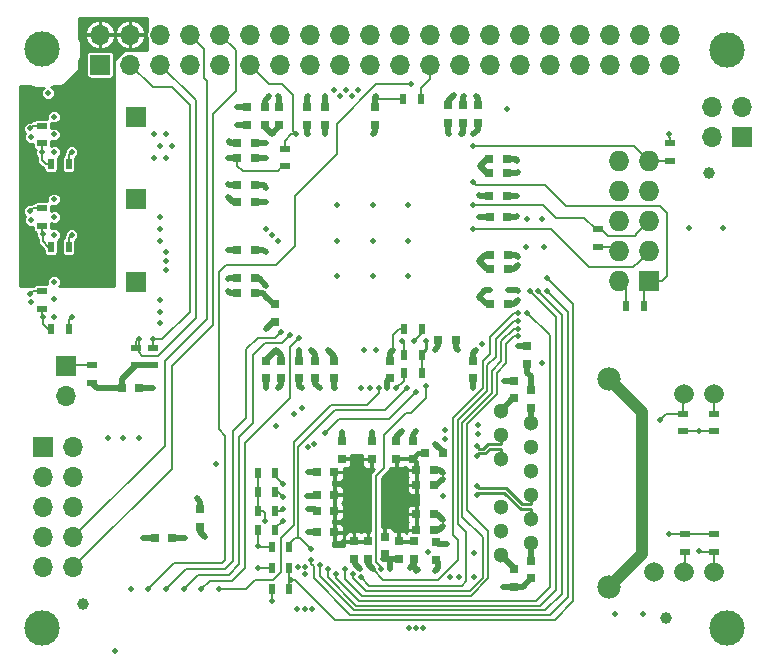
<source format=gbr>
G04 #@! TF.FileFunction,Copper,L4,Bot,Signal*
%FSLAX45Y45*%
G04 Gerber Fmt 4.5, Leading zero omitted, Abs format (unit mm)*
G04 Created by KiCad (PCBNEW 4.0.7) date 06/20/18 15:24:46*
%MOMM*%
%LPD*%
G01*
G04 APERTURE LIST*
%ADD10C,0.100000*%
%ADD11R,0.750000X0.800000*%
%ADD12R,1.727200X1.727200*%
%ADD13O,1.727200X1.727200*%
%ADD14C,1.300000*%
%ADD15C,1.670000*%
%ADD16C,1.970000*%
%ADD17R,0.900000X0.500000*%
%ADD18C,1.000000*%
%ADD19R,0.800000X0.750000*%
%ADD20R,1.700000X1.700000*%
%ADD21O,1.700000X1.700000*%
%ADD22R,0.500000X0.900000*%
%ADD23C,3.000000*%
%ADD24C,0.500000*%
%ADD25C,0.500000*%
%ADD26C,0.200000*%
%ADD27C,0.250000*%
%ADD28C,0.400000*%
%ADD29C,1.000000*%
%ADD30C,0.254000*%
G04 APERTURE END LIST*
D10*
D11*
X11340000Y-9895000D03*
X11340000Y-9745000D03*
D12*
X13340000Y-8395000D03*
D13*
X13086000Y-8395000D03*
X13340000Y-8141000D03*
X13086000Y-8141000D03*
X13340000Y-7887000D03*
X13086000Y-7887000D03*
X13340000Y-7633000D03*
X13086000Y-7633000D03*
X13340000Y-7379000D03*
X13086000Y-7379000D03*
D14*
X12340000Y-9592000D03*
X12340000Y-9795000D03*
X12340000Y-9998000D03*
X12340000Y-10202000D03*
X12340000Y-10405000D03*
X12340000Y-10608000D03*
X12086000Y-9490000D03*
X12086000Y-9693000D03*
X12086000Y-9896000D03*
X12086000Y-10304000D03*
X12086000Y-10507000D03*
X12086000Y-10710000D03*
D15*
X13635000Y-9348000D03*
X13889000Y-9348000D03*
X13381000Y-10852000D03*
X13635000Y-10852000D03*
X13889000Y-10852000D03*
D16*
X13000000Y-10979000D03*
X13000000Y-9221000D03*
D17*
X12910000Y-8105000D03*
X12910000Y-7955000D03*
D18*
X8550000Y-11125000D03*
X13850000Y-7475000D03*
X13485000Y-11248000D03*
D17*
X9000000Y-9105000D03*
X9000000Y-8955000D03*
D11*
X10210000Y-7070000D03*
X10210000Y-6920000D03*
D19*
X11370000Y-9990000D03*
X11520000Y-9990000D03*
D20*
X14131000Y-7172000D03*
D21*
X13877000Y-7172000D03*
X14131000Y-6918000D03*
X13877000Y-6918000D03*
D17*
X13515000Y-7225000D03*
X13515000Y-7375000D03*
D22*
X13145000Y-8600000D03*
X13295000Y-8600000D03*
D17*
X9140000Y-9105000D03*
X9140000Y-8955000D03*
X8620000Y-9255000D03*
X8620000Y-9105000D03*
D22*
X11255000Y-6850000D03*
X11405000Y-6850000D03*
D17*
X10255000Y-7420000D03*
X10255000Y-7270000D03*
D22*
X10175000Y-10500000D03*
X10025000Y-10500000D03*
X10175000Y-10340000D03*
X10025000Y-10340000D03*
X10175000Y-10180000D03*
X10025000Y-10180000D03*
X10175000Y-10020000D03*
X10025000Y-10020000D03*
D17*
X13890000Y-10535000D03*
X13890000Y-10685000D03*
X13630000Y-9665000D03*
X13630000Y-9515000D03*
D22*
X10145000Y-10640000D03*
X10295000Y-10640000D03*
D17*
X13890000Y-9515000D03*
X13890000Y-9665000D03*
X13640000Y-10535000D03*
X13640000Y-10685000D03*
D22*
X8425000Y-7400000D03*
X8275000Y-7400000D03*
D17*
X8200000Y-7075000D03*
X8200000Y-7225000D03*
D22*
X8425000Y-8800000D03*
X8275000Y-8800000D03*
D17*
X8200000Y-8475000D03*
X8200000Y-8625000D03*
D22*
X8425000Y-8100000D03*
X8275000Y-8100000D03*
D17*
X8200000Y-7775000D03*
X8200000Y-7925000D03*
D23*
X8204000Y-6431000D03*
X14004000Y-6433000D03*
X8204000Y-11332000D03*
X14003000Y-11331000D03*
D20*
X8692000Y-6559000D03*
D21*
X8692000Y-6305000D03*
X8946000Y-6559000D03*
X8946000Y-6305000D03*
X9200000Y-6559000D03*
X9200000Y-6305000D03*
X9454000Y-6559000D03*
X9454000Y-6305000D03*
X9708000Y-6559000D03*
X9708000Y-6305000D03*
X9962000Y-6559000D03*
X9962000Y-6305000D03*
X10216000Y-6559000D03*
X10216000Y-6305000D03*
X10470000Y-6559000D03*
X10470000Y-6305000D03*
X10724000Y-6559000D03*
X10724000Y-6305000D03*
X10978000Y-6559000D03*
X10978000Y-6305000D03*
X11232000Y-6559000D03*
X11232000Y-6305000D03*
X11486000Y-6559000D03*
X11486000Y-6305000D03*
X11740000Y-6559000D03*
X11740000Y-6305000D03*
X11994000Y-6559000D03*
X11994000Y-6305000D03*
X12248000Y-6559000D03*
X12248000Y-6305000D03*
X12502000Y-6559000D03*
X12502000Y-6305000D03*
X12756000Y-6559000D03*
X12756000Y-6305000D03*
X13010000Y-6559000D03*
X13010000Y-6305000D03*
X13264000Y-6559000D03*
X13264000Y-6305000D03*
X13518000Y-6559000D03*
X13518000Y-6305000D03*
D20*
X8210000Y-9800000D03*
D21*
X8464000Y-9800000D03*
X8210000Y-10054000D03*
X8464000Y-10054000D03*
X8210000Y-10308000D03*
X8464000Y-10308000D03*
X8210000Y-10562000D03*
X8464000Y-10562000D03*
X8210000Y-10816000D03*
X8464000Y-10816000D03*
D20*
X8400000Y-9110000D03*
D21*
X8400000Y-9364000D03*
D20*
X9000000Y-7000000D03*
X9000000Y-8400000D03*
X9000000Y-7700000D03*
D19*
X9305000Y-10570000D03*
X9155000Y-10570000D03*
X9025000Y-9300000D03*
X8875000Y-9300000D03*
D11*
X9540000Y-10475000D03*
X9540000Y-10325000D03*
X10960000Y-10595000D03*
X10960000Y-10745000D03*
X11100000Y-10555000D03*
X11100000Y-10705000D03*
X11220000Y-10595000D03*
X11220000Y-10745000D03*
X10740000Y-9895000D03*
X10740000Y-9745000D03*
D19*
X11370000Y-10365000D03*
X11520000Y-10365000D03*
D11*
X11200000Y-9895000D03*
X11200000Y-9745000D03*
D19*
X11445000Y-9850000D03*
X11595000Y-9850000D03*
X10675000Y-10200000D03*
X10525000Y-10200000D03*
X11370000Y-10500000D03*
X11520000Y-10500000D03*
D11*
X10990000Y-9900000D03*
X10990000Y-9750000D03*
X12200000Y-10980000D03*
X12200000Y-10830000D03*
X12340000Y-10910000D03*
X12340000Y-10760000D03*
X12340000Y-9315000D03*
X12340000Y-9465000D03*
X12200000Y-9235000D03*
X12200000Y-9385000D03*
X11540000Y-10750000D03*
X11540000Y-10600000D03*
D19*
X10675000Y-10520000D03*
X10525000Y-10520000D03*
X11370000Y-10120000D03*
X11520000Y-10120000D03*
X10675000Y-10340000D03*
X10525000Y-10340000D03*
D11*
X11350000Y-10595000D03*
X11350000Y-10745000D03*
X10840000Y-10595000D03*
X10840000Y-10745000D03*
D19*
X10675000Y-10010000D03*
X10525000Y-10010000D03*
X10005000Y-7720000D03*
X9855000Y-7720000D03*
D11*
X10510000Y-9065000D03*
X10510000Y-9215000D03*
X11020000Y-7070000D03*
X11020000Y-6920000D03*
X11150000Y-9065000D03*
X11150000Y-9215000D03*
X9935000Y-6920000D03*
X9935000Y-7070000D03*
X10600000Y-7070000D03*
X10600000Y-6920000D03*
D19*
X11985000Y-7360000D03*
X12135000Y-7360000D03*
D11*
X11850000Y-9065000D03*
X11850000Y-9215000D03*
X12310000Y-9095000D03*
X12310000Y-8945000D03*
D19*
X10005000Y-8125000D03*
X9855000Y-8125000D03*
X11990000Y-7850000D03*
X12140000Y-7850000D03*
D11*
X10085000Y-7070000D03*
X10085000Y-6920000D03*
X11890000Y-7055000D03*
X11890000Y-6905000D03*
D19*
X10005000Y-8495000D03*
X9855000Y-8495000D03*
X11995000Y-8290000D03*
X12145000Y-8290000D03*
D11*
X11765000Y-7055000D03*
X11765000Y-6905000D03*
X10095000Y-9065000D03*
X10095000Y-9215000D03*
D19*
X10005000Y-7350000D03*
X9855000Y-7350000D03*
D11*
X10225000Y-9065000D03*
X10225000Y-9215000D03*
X11635000Y-7055000D03*
X11635000Y-6905000D03*
D19*
X11995000Y-8590000D03*
X12145000Y-8590000D03*
D11*
X10445000Y-7070000D03*
X10445000Y-6920000D03*
D19*
X11995000Y-8170000D03*
X12145000Y-8170000D03*
X11705000Y-8890000D03*
X11555000Y-8890000D03*
X10005000Y-7225000D03*
X9855000Y-7225000D03*
X11985000Y-7670000D03*
X12135000Y-7670000D03*
X10005000Y-8370000D03*
X9855000Y-8370000D03*
X11985000Y-7480000D03*
X12135000Y-7480000D03*
D11*
X10675000Y-9065000D03*
X10675000Y-9215000D03*
D19*
X10005000Y-7580000D03*
X9855000Y-7580000D03*
D11*
X10380000Y-9065000D03*
X10380000Y-9215000D03*
X10175000Y-8590000D03*
X10175000Y-8740000D03*
D22*
X11265000Y-9170000D03*
X11415000Y-9170000D03*
X11265000Y-9020000D03*
X11415000Y-9020000D03*
X11415000Y-8800000D03*
X11265000Y-8800000D03*
X10295000Y-10820000D03*
X10145000Y-10820000D03*
X10295000Y-11000000D03*
X10145000Y-11000000D03*
D24*
X13050000Y-11213000D03*
X13290000Y-11213000D03*
X8110000Y-8570000D03*
X8105000Y-7175000D03*
X8105000Y-7875000D03*
X8300000Y-8545000D03*
X8300000Y-7150000D03*
X8300000Y-7850000D03*
X8100000Y-7800000D03*
X8100000Y-8500000D03*
X8100000Y-7100000D03*
X8300000Y-8700000D03*
X8300000Y-8400000D03*
X8300000Y-8000000D03*
X8300000Y-7700000D03*
X8250000Y-6800000D03*
X8300000Y-7000000D03*
X8300000Y-7300000D03*
X10150000Y-11100000D03*
X11530000Y-10845000D03*
X9509999Y-10230000D03*
X11595000Y-10213000D03*
X9415001Y-10570000D03*
X10090000Y-10420000D03*
X13970000Y-7940000D03*
X11450000Y-8900000D03*
X12430000Y-7870000D03*
X12305000Y-7870000D03*
X10100000Y-7950000D03*
X10150000Y-8000000D03*
X10200000Y-8050000D03*
X8760000Y-9720000D03*
X8890000Y-9720000D03*
X9020000Y-9720000D03*
X9140000Y-9300000D03*
X10700000Y-8350000D03*
X11300000Y-8350000D03*
X11300000Y-7750000D03*
X10700000Y-7750000D03*
X11000000Y-7750000D03*
X11000000Y-8350000D03*
X11300000Y-8050000D03*
X10700001Y-8050000D03*
X11000000Y-8050000D03*
X10100000Y-7724999D03*
X10100000Y-8150000D03*
X10375000Y-8975000D03*
X10100000Y-7600000D03*
X10100000Y-8525000D03*
X10100000Y-8430000D03*
X10100000Y-7350000D03*
X9850000Y-6920000D03*
X10100000Y-7225000D03*
X10145000Y-7145000D03*
X10450000Y-7150000D03*
X10600000Y-7150000D03*
X10675000Y-6775000D03*
X10725000Y-6825000D03*
X10875000Y-6775000D03*
X10775000Y-6775000D03*
X10825000Y-6825000D03*
X12300000Y-8100000D03*
X12450000Y-8100000D03*
X11000000Y-7150000D03*
X11750000Y-7150000D03*
X11650000Y-7150000D03*
X11850000Y-7150000D03*
X10900000Y-9300000D03*
X11900000Y-8525000D03*
X11900000Y-8225000D03*
X11900000Y-7665000D03*
X11900000Y-7850000D03*
X11925000Y-8925000D03*
X11875000Y-8975000D03*
X11725000Y-8975000D03*
X10180000Y-8975000D03*
X10625000Y-8975000D03*
X10475000Y-8975000D03*
X11175000Y-8975000D03*
X10925000Y-8975000D03*
X11025000Y-8974998D03*
X10980000Y-9300000D03*
X11910000Y-7420000D03*
X12112500Y-9235000D03*
X12340000Y-9200000D03*
X12100000Y-10980000D03*
X11111875Y-10331875D03*
X10928125Y-10331875D03*
X10928125Y-10148125D03*
X11111875Y-10148125D03*
X8950000Y-11000000D03*
X11470000Y-10690000D03*
X11430000Y-11330000D03*
X11310000Y-11330000D03*
X11370000Y-11330000D03*
X9300000Y-7250000D03*
X9250000Y-7350000D03*
X9150000Y-7350000D03*
X9250000Y-7150000D03*
X9150000Y-7150000D03*
X9200000Y-7250000D03*
X10360000Y-11170000D03*
X10490000Y-11170000D03*
X10430000Y-11170000D03*
X10030000Y-10820000D03*
X9580000Y-10560000D03*
X8820000Y-11525000D03*
X9055000Y-10570000D03*
X9670000Y-9940000D03*
X13680000Y-7940000D03*
X13505000Y-7150000D03*
X9775000Y-7679999D03*
X8759500Y-9299500D03*
X9775000Y-8475000D03*
X9775000Y-8125000D03*
X9775000Y-7350000D03*
X10600000Y-6825000D03*
X12225001Y-7375000D03*
X11125000Y-9300000D03*
X10550000Y-9300000D03*
X12220000Y-7840000D03*
X12230000Y-8260000D03*
X12230000Y-8480000D03*
X11025000Y-6825000D03*
X10025000Y-10635000D03*
X13760000Y-9665000D03*
X13510000Y-10530000D03*
X9700000Y-11000000D03*
X10350000Y-7150000D03*
X11050000Y-9300000D03*
X9250000Y-11000000D03*
X10225000Y-8825000D03*
X9400000Y-11000000D03*
X10300000Y-8850000D03*
X10375000Y-8875000D03*
X9550000Y-11000000D03*
X8500000Y-6803000D03*
X8410000Y-6803000D03*
X8200000Y-6999828D03*
X8205000Y-7705000D03*
X8205000Y-8405000D03*
X8350000Y-7500000D03*
X8437500Y-7500000D03*
X8350000Y-8200000D03*
X8450000Y-8200000D03*
X12230000Y-8665001D03*
X11000001Y-10830000D03*
X10240000Y-10420000D03*
X10240000Y-10320000D03*
X10240000Y-10220000D03*
X10240000Y-10110000D03*
X10305000Y-10920000D03*
X12480000Y-8370000D03*
X10480000Y-10749999D03*
X12480000Y-8480000D03*
X12230000Y-8860005D03*
X10763782Y-10827469D03*
X10550000Y-10800000D03*
X12400000Y-8476000D03*
X10621651Y-10830275D03*
X12330000Y-8480000D03*
X12310000Y-8660000D03*
X10690000Y-10870000D03*
X13430000Y-9570000D03*
X13760000Y-10680000D03*
X10180000Y-9620000D03*
X9200000Y-8743000D03*
X9250000Y-8150000D03*
X9250000Y-8225000D03*
X9250000Y-8300000D03*
X9200000Y-8550000D03*
X9200000Y-8650000D03*
X12430000Y-9090000D03*
X12135000Y-6935000D03*
X10330000Y-9520000D03*
X10405000Y-9470000D03*
X11855000Y-10695000D03*
X11855000Y-10895000D03*
X11890000Y-9610000D03*
X11890000Y-9690000D03*
X10680001Y-9300000D03*
X9775000Y-7569999D03*
X11685000Y-6820000D03*
X12230000Y-7470000D03*
X12230000Y-8555000D03*
X9780001Y-7209999D03*
X10100000Y-8800000D03*
X9775000Y-8375000D03*
X10200000Y-6825000D03*
X10450000Y-6825000D03*
X10400000Y-9300000D03*
X11525000Y-8975000D03*
X12220000Y-7670000D03*
X12230000Y-8190000D03*
X9200000Y-7850000D03*
X9200000Y-8050000D03*
X9200000Y-7950000D03*
X10125000Y-6824999D03*
X11775000Y-6825000D03*
X10200000Y-9300000D03*
X11850000Y-9300000D03*
X9850000Y-7070000D03*
X8205000Y-7995000D03*
X8200000Y-7300000D03*
X8205000Y-8695000D03*
X11880000Y-10130000D03*
X11880000Y-10200000D03*
X11880000Y-9790000D03*
X11880001Y-9870000D03*
X11200000Y-9299999D03*
X11250000Y-8900000D03*
X11350000Y-8900000D03*
X11730000Y-10895000D03*
X11655000Y-10895000D03*
X11150000Y-10830000D03*
X11610000Y-9650000D03*
X11610000Y-9730004D03*
X11595000Y-10015000D03*
X11595000Y-10065000D03*
X11595000Y-10465000D03*
X11595000Y-10415000D03*
X10505000Y-9770000D03*
X10455000Y-9795000D03*
X10450000Y-10325000D03*
X10889999Y-10831276D03*
X10450000Y-10010000D03*
X10990000Y-9670000D03*
X11245000Y-9665000D03*
X11320000Y-10820000D03*
X11370000Y-10850000D03*
X11630000Y-10620000D03*
X11530000Y-9770000D03*
X8450000Y-8000000D03*
X8450000Y-7300000D03*
X8450000Y-8700000D03*
X12230000Y-8795004D03*
X10830000Y-10870001D03*
X10480000Y-10662999D03*
X11290000Y-9300000D03*
X11370000Y-9330001D03*
X10600000Y-9675000D03*
X11074069Y-10829033D03*
X11450000Y-9280000D03*
X9140500Y-8880500D03*
X9020000Y-8880000D03*
X11850000Y-7550000D03*
X11850000Y-7950000D03*
X11850000Y-7750000D03*
X11850000Y-7250000D03*
X12230000Y-8730003D03*
X10900000Y-10900000D03*
X9100000Y-11000000D03*
X11325000Y-6725000D03*
X10449430Y-10518575D03*
X10369999Y-10810000D03*
X10430000Y-10810000D03*
X10430000Y-10870000D03*
X10445000Y-10215000D03*
X10740000Y-9670000D03*
X11370000Y-9665000D03*
X12230000Y-8940000D03*
X11875000Y-6825000D03*
X10100000Y-9300000D03*
D25*
X9025000Y-9300000D02*
X9140000Y-9300000D01*
D26*
X8200000Y-8475000D02*
X8125000Y-8475000D01*
X8125000Y-8475000D02*
X8100000Y-8500000D01*
X8200000Y-7775000D02*
X8125000Y-7775000D01*
X8125000Y-7775000D02*
X8100000Y-7800000D01*
X8200000Y-7075000D02*
X8125000Y-7075000D01*
X8125000Y-7075000D02*
X8100000Y-7100000D01*
D25*
X11900000Y-7850000D02*
X11990000Y-7850000D01*
X10095000Y-9065000D02*
X10095000Y-9060000D01*
X10095000Y-9060000D02*
X10180000Y-8975000D01*
X11890000Y-7055000D02*
X11890000Y-7110000D01*
X11890000Y-7110000D02*
X11850000Y-7150000D01*
D26*
X10145000Y-11095000D02*
X10150000Y-11100000D01*
X10145000Y-11000000D02*
X10145000Y-11095000D01*
D25*
X11555000Y-10770000D02*
X11555000Y-10820000D01*
X11555000Y-10820000D02*
X11530000Y-10845000D01*
X11850000Y-9065000D02*
X11850000Y-9000000D01*
X11850000Y-9000000D02*
X11875000Y-8975000D01*
X9305000Y-10570000D02*
X9415001Y-10570000D01*
X9540000Y-10325000D02*
X9540000Y-10260001D01*
X9540000Y-10260001D02*
X9509999Y-10230000D01*
D26*
X10090000Y-10360000D02*
X10090000Y-10420000D01*
X10025000Y-10340000D02*
X10070000Y-10340000D01*
X10070000Y-10340000D02*
X10090000Y-10360000D01*
X10025000Y-10180000D02*
X10025000Y-10340000D01*
X10025000Y-10020000D02*
X10025000Y-10180000D01*
X13145000Y-8600000D02*
X13145000Y-8454000D01*
X13145000Y-8454000D02*
X13086000Y-8395000D01*
D25*
X11020000Y-7070000D02*
X11020000Y-7130000D01*
X11020000Y-7130000D02*
X11000000Y-7150000D01*
X10600000Y-7070000D02*
X10600000Y-7150000D01*
X10445000Y-7070000D02*
X10445000Y-7145000D01*
X10445000Y-7145000D02*
X10450000Y-7150000D01*
X10210000Y-7070000D02*
X10210000Y-7080000D01*
X10210000Y-7080000D02*
X10145000Y-7145000D01*
X10005000Y-7225000D02*
X10100000Y-7225000D01*
X10085000Y-7070000D02*
X10085000Y-7085000D01*
X10085000Y-7085000D02*
X10145000Y-7145000D01*
X9935000Y-6920000D02*
X9850000Y-6920000D01*
X10005000Y-7350000D02*
X10100000Y-7350000D01*
X10005000Y-7580000D02*
X10080000Y-7580000D01*
X10080000Y-7580000D02*
X10100000Y-7600000D01*
X10005000Y-7720000D02*
X10095001Y-7720000D01*
X10095001Y-7720000D02*
X10100000Y-7724999D01*
X10005000Y-8125000D02*
X10075000Y-8125000D01*
X10075000Y-8125000D02*
X10100000Y-8150000D01*
X10005000Y-8370000D02*
X10040000Y-8370000D01*
X10040000Y-8370000D02*
X10100000Y-8430000D01*
X10175000Y-8590000D02*
X10165000Y-8590000D01*
X10165000Y-8590000D02*
X10100000Y-8525000D01*
X10005000Y-8495000D02*
X10070000Y-8495000D01*
X10070000Y-8495000D02*
X10100000Y-8525000D01*
X10225000Y-9065000D02*
X10225000Y-9020000D01*
X10225000Y-9020000D02*
X10180000Y-8975000D01*
X10380000Y-9065000D02*
X10380000Y-8980000D01*
X10380000Y-8980000D02*
X10375000Y-8975000D01*
X10510000Y-9065000D02*
X10510000Y-9010000D01*
X10510000Y-9010000D02*
X10475000Y-8975000D01*
X10675000Y-9065000D02*
X10675000Y-9025000D01*
X10675000Y-9025000D02*
X10625000Y-8975000D01*
D27*
X11450000Y-8965000D02*
X11450000Y-8900000D01*
X11415000Y-9020000D02*
X11415000Y-9000000D01*
X11415000Y-9000000D02*
X11450000Y-8965000D01*
D25*
X11150000Y-9065000D02*
X11150000Y-9000000D01*
X11150000Y-9000000D02*
X11175000Y-8975000D01*
X11705000Y-8890000D02*
X11705000Y-8955000D01*
X11705000Y-8955000D02*
X11725000Y-8975000D01*
X12310000Y-9095000D02*
X12310000Y-9170000D01*
X12310000Y-9170000D02*
X12340000Y-9200000D01*
X11995000Y-8590000D02*
X11965000Y-8590000D01*
X11965000Y-8590000D02*
X11900000Y-8525000D01*
X11995000Y-8470000D02*
X11955000Y-8470000D01*
X11955000Y-8470000D02*
X11900000Y-8525000D01*
X11995000Y-8170000D02*
X11955000Y-8170000D01*
X11955000Y-8170000D02*
X11900000Y-8225000D01*
X11995000Y-8290000D02*
X11965000Y-8290000D01*
X11965000Y-8290000D02*
X11900000Y-8225000D01*
X11985000Y-7670000D02*
X11905000Y-7670000D01*
X11905000Y-7670000D02*
X11900000Y-7665000D01*
X11985000Y-7480000D02*
X11970000Y-7480000D01*
X11970000Y-7480000D02*
X11910000Y-7420000D01*
X11985000Y-7360000D02*
X11970000Y-7360000D01*
X11970000Y-7360000D02*
X11910000Y-7420000D01*
X11635000Y-7055000D02*
X11635000Y-7135000D01*
X11635000Y-7135000D02*
X11650000Y-7150000D01*
X11765000Y-7055000D02*
X11765000Y-7135000D01*
X11765000Y-7135000D02*
X11750000Y-7150000D01*
D26*
X11265000Y-8800000D02*
X11220000Y-8800000D01*
X11220000Y-8800000D02*
X11175000Y-8845000D01*
X11175000Y-8845000D02*
X11175000Y-8975000D01*
X11415000Y-9020000D02*
X11415000Y-9170000D01*
X11925000Y-7670000D02*
X11905000Y-7670000D01*
D25*
X12200000Y-9235000D02*
X12112500Y-9235000D01*
X12340000Y-9315000D02*
X12340000Y-9200000D01*
X12200000Y-10980000D02*
X12100000Y-10980000D01*
X12340000Y-10910000D02*
X12270000Y-10980000D01*
X12270000Y-10980000D02*
X12200000Y-10980000D01*
D28*
X11445000Y-9850000D02*
X11385000Y-9850000D01*
X11385000Y-9850000D02*
X11340000Y-9895000D01*
X11370000Y-9990000D02*
X11370000Y-9925000D01*
X11370000Y-9925000D02*
X11340000Y-9895000D01*
D25*
X9140000Y-9105000D02*
X9000000Y-9105000D01*
X9155000Y-10570000D02*
X9055000Y-10570000D01*
X9000000Y-9105000D02*
X8995000Y-9105000D01*
X8995000Y-9105000D02*
X8875000Y-9225000D01*
X8875000Y-9225000D02*
X8875000Y-9300000D01*
X8759500Y-9299500D02*
X8664500Y-9299500D01*
X8664500Y-9299500D02*
X8620000Y-9255000D01*
X8759500Y-9299500D02*
X8874500Y-9299500D01*
X8874500Y-9299500D02*
X8875000Y-9300000D01*
X12140000Y-7850000D02*
X12210000Y-7850000D01*
X12210000Y-7850000D02*
X12220000Y-7840000D01*
D26*
X9900000Y-7460000D02*
X9855000Y-7415000D01*
X9855000Y-7415000D02*
X9855000Y-7350000D01*
X10195000Y-7460000D02*
X9900000Y-7460000D01*
X10255000Y-7420000D02*
X10235000Y-7420000D01*
X10235000Y-7420000D02*
X10195000Y-7460000D01*
D25*
X9805000Y-7350000D02*
X9775000Y-7350000D01*
X9855000Y-7350000D02*
X9805000Y-7350000D01*
D26*
X10145000Y-10820000D02*
X10030000Y-10820000D01*
X11255000Y-6850000D02*
X11050000Y-6850000D01*
X11050000Y-6850000D02*
X11025000Y-6825000D01*
D25*
X9540000Y-10475000D02*
X9540000Y-10520000D01*
X9540000Y-10520000D02*
X9580000Y-10560000D01*
D26*
X12910000Y-8105000D02*
X13050000Y-8105000D01*
X13050000Y-8105000D02*
X13086000Y-8141000D01*
X13505000Y-7170000D02*
X13505000Y-7150000D01*
X13515000Y-7225000D02*
X13515000Y-7180000D01*
X13515000Y-7180000D02*
X13505000Y-7170000D01*
D25*
X11020000Y-6920000D02*
X11020000Y-6830000D01*
X10600000Y-6920000D02*
X10600000Y-6825000D01*
X9855000Y-7720000D02*
X9815001Y-7720000D01*
X9815001Y-7720000D02*
X9775000Y-7679999D01*
X9855000Y-8125000D02*
X9775000Y-8125000D01*
X9855000Y-8495000D02*
X9795000Y-8495000D01*
X9795000Y-8495000D02*
X9775000Y-8475000D01*
X10510000Y-9215000D02*
X10510000Y-9260000D01*
X10510000Y-9260000D02*
X10550000Y-9300000D01*
X11150000Y-9215000D02*
X11125000Y-9240000D01*
X11125000Y-9240000D02*
X11125000Y-9300000D01*
X12145000Y-8470000D02*
X12220000Y-8470000D01*
X12220000Y-8470000D02*
X12230000Y-8480000D01*
X12145000Y-8290000D02*
X12200000Y-8290000D01*
X12200000Y-8290000D02*
X12230000Y-8260000D01*
X12135000Y-7360000D02*
X12210001Y-7360000D01*
X12210001Y-7360000D02*
X12225001Y-7375000D01*
X11020000Y-6830000D02*
X11025000Y-6825000D01*
D26*
X10145000Y-10640000D02*
X10030000Y-10640000D01*
X10030000Y-10640000D02*
X10025000Y-10635000D01*
X10025000Y-10500000D02*
X10025000Y-10635000D01*
X13890000Y-10535000D02*
X13575000Y-10535000D01*
X13760000Y-9665000D02*
X13630000Y-9665000D01*
X13575000Y-10535000D02*
X13570000Y-10530000D01*
X13570000Y-10530000D02*
X13545355Y-10530000D01*
X13545355Y-10530000D02*
X13510000Y-10530000D01*
X13640000Y-10535000D02*
X13575000Y-10535000D01*
X13890000Y-9665000D02*
X13760000Y-9665000D01*
X11050000Y-9300000D02*
X11050000Y-9343000D01*
X11050000Y-9343000D02*
X10953000Y-9440000D01*
X10953000Y-9440000D02*
X10645000Y-9440000D01*
X10155000Y-10920000D02*
X10005000Y-10920000D01*
X10645000Y-9440000D02*
X10330000Y-9755000D01*
X10220000Y-10570000D02*
X10220000Y-10855000D01*
X10330000Y-9755000D02*
X10330000Y-10460000D01*
X10330000Y-10460000D02*
X10220000Y-10570000D01*
X10220000Y-10855000D02*
X10155000Y-10920000D01*
X10005000Y-10920000D02*
X9925000Y-11000000D01*
X9925000Y-11000000D02*
X9700000Y-11000000D01*
X10255000Y-7270000D02*
X10255000Y-7205000D01*
X10255000Y-7205000D02*
X10310000Y-7150000D01*
X10310000Y-7150000D02*
X10350000Y-7150000D01*
X10123000Y-6720000D02*
X9962000Y-6559000D01*
X10230000Y-6720000D02*
X10123000Y-6720000D01*
X10350000Y-7150000D02*
X10325000Y-7125000D01*
X10325000Y-7125000D02*
X10325000Y-6815000D01*
X10325000Y-6815000D02*
X10230000Y-6720000D01*
X9820000Y-10760000D02*
X9750000Y-10830000D01*
X9750000Y-10830000D02*
X9420000Y-10830000D01*
X9420000Y-10830000D02*
X9250000Y-11000000D01*
X9930000Y-9550000D02*
X9820000Y-9660000D01*
X9820000Y-9660000D02*
X9820000Y-10760000D01*
X10025000Y-8875000D02*
X9930000Y-8970000D01*
X9930000Y-8970000D02*
X9930000Y-9550000D01*
X10225000Y-8825000D02*
X10175000Y-8875000D01*
X10175000Y-8875000D02*
X10025000Y-8875000D01*
X10225000Y-8825000D02*
X10225000Y-8825000D01*
X9520000Y-10880000D02*
X9400000Y-11000000D01*
X9870000Y-10790000D02*
X9780000Y-10880000D01*
X9780000Y-10880000D02*
X9520000Y-10880000D01*
X9990000Y-9020000D02*
X9990000Y-9590000D01*
X10090000Y-8920000D02*
X9990000Y-9020000D01*
X9990000Y-9590000D02*
X9870000Y-9710000D01*
X9870000Y-9710000D02*
X9870000Y-10790000D01*
X10230000Y-8920000D02*
X10090000Y-8920000D01*
X10300000Y-8850000D02*
X10230000Y-8920000D01*
X9550000Y-11000000D02*
X9620000Y-10930000D01*
X9620000Y-10930000D02*
X9810000Y-10930000D01*
X9810000Y-10930000D02*
X9920000Y-10820000D01*
X9920000Y-10820000D02*
X9920000Y-9760000D01*
X9920000Y-9760000D02*
X10300000Y-9380000D01*
X10300000Y-9380000D02*
X10300000Y-8950000D01*
X10300000Y-8950000D02*
X10375000Y-8875000D01*
X8410000Y-6803000D02*
X8440000Y-6833000D01*
X12230000Y-8665001D02*
X12194645Y-8665001D01*
X11930000Y-9300000D02*
X11680000Y-9550000D01*
X11090001Y-10920000D02*
X11000001Y-10830000D01*
X12194645Y-8665001D02*
X11990000Y-8869646D01*
X11990000Y-8869646D02*
X11990000Y-9010000D01*
X11680000Y-9550000D02*
X11680000Y-10543000D01*
X11990000Y-9010000D02*
X11930000Y-9070000D01*
X11930000Y-9070000D02*
X11930000Y-9300000D01*
X11720000Y-10583000D02*
X11720000Y-10755000D01*
X11680000Y-10543000D02*
X11720000Y-10583000D01*
X11720000Y-10755000D02*
X11555000Y-10920000D01*
X11555000Y-10920000D02*
X11090001Y-10920000D01*
X12230000Y-8670000D02*
X12230000Y-8665001D01*
D25*
X10960000Y-10745000D02*
X10960000Y-10789999D01*
X10960000Y-10789999D02*
X11000001Y-10830000D01*
X12200000Y-10830000D02*
X12200000Y-10824000D01*
X12200000Y-10824000D02*
X12086000Y-10710000D01*
X12340000Y-10760000D02*
X12340000Y-10608000D01*
X12340000Y-9490000D02*
X12340000Y-9592000D01*
X12340000Y-9465000D02*
X12340000Y-9490000D01*
X12200000Y-9385000D02*
X12191000Y-9385000D01*
X12191000Y-9385000D02*
X12086000Y-9490000D01*
D26*
X10175000Y-10500000D02*
X10175000Y-10485000D01*
X10175000Y-10485000D02*
X10240000Y-10420000D01*
X10175000Y-10340000D02*
X10220000Y-10340000D01*
X10220000Y-10340000D02*
X10240000Y-10320000D01*
X10175000Y-10180000D02*
X10200000Y-10180000D01*
X10200000Y-10180000D02*
X10240000Y-10220000D01*
X10175000Y-10020000D02*
X10175000Y-10045000D01*
X10175000Y-10045000D02*
X10240000Y-10110000D01*
X10340356Y-10920000D02*
X10305000Y-10920000D01*
X12540000Y-11260000D02*
X10680356Y-11260000D01*
X10680356Y-11260000D02*
X10340356Y-10920000D01*
X12480000Y-8370000D02*
X12700000Y-8590000D01*
X10295000Y-10910000D02*
X10305000Y-10920000D01*
X10295000Y-10820000D02*
X10295000Y-10910000D01*
X10295000Y-10930000D02*
X10305000Y-10920000D01*
X10295000Y-11000000D02*
X10295000Y-10930000D01*
X12700000Y-8590000D02*
X12700000Y-11100000D01*
X12700000Y-11100000D02*
X12540000Y-11260000D01*
X12480000Y-8480000D02*
X12650000Y-8650000D01*
X10500000Y-10805354D02*
X10480000Y-10785354D01*
X12650000Y-8650000D02*
X12650000Y-11070000D01*
X12650000Y-11070000D02*
X12499998Y-11220002D01*
X12499998Y-11220002D02*
X10810002Y-11220002D01*
X10810002Y-11220002D02*
X10500000Y-10910000D01*
X10500000Y-10910000D02*
X10500000Y-10805354D01*
X10480000Y-10785354D02*
X10480000Y-10749999D01*
X10763782Y-10827469D02*
X10763782Y-10913782D01*
X10763782Y-10913782D02*
X10910000Y-11060000D01*
X10910000Y-11060000D02*
X11829499Y-11060000D01*
X11829499Y-11060000D02*
X11980000Y-10909499D01*
X11980000Y-10909499D02*
X11980000Y-10510000D01*
X11980000Y-10510000D02*
X11800000Y-10330000D01*
X12050000Y-9170000D02*
X12130000Y-9090000D01*
X12194645Y-8860005D02*
X12230000Y-8860005D01*
X11800000Y-10330000D02*
X11800000Y-9600000D01*
X12130000Y-8924650D02*
X12194645Y-8860005D01*
X11800000Y-9600000D02*
X12050000Y-9350000D01*
X12050000Y-9350000D02*
X12050000Y-9170000D01*
X12130000Y-9090000D02*
X12130000Y-8924650D01*
X10550000Y-10890000D02*
X10550000Y-10835355D01*
X10840000Y-11180000D02*
X10550000Y-10890000D01*
X12460000Y-11180000D02*
X10840000Y-11180000D01*
X12400000Y-8476000D02*
X12600000Y-8676000D01*
X12600000Y-8676000D02*
X12600000Y-11040000D01*
X10550000Y-10835355D02*
X10550000Y-10800000D01*
X12600000Y-11040000D02*
X12460000Y-11180000D01*
X10860000Y-11140000D02*
X10621651Y-10901651D01*
X12420000Y-11140000D02*
X10860000Y-11140000D01*
X10621651Y-10865630D02*
X10621651Y-10830275D01*
X12330000Y-8480000D02*
X12550000Y-8700000D01*
X12550000Y-8700000D02*
X12550000Y-11010000D01*
X10621651Y-10901651D02*
X10621651Y-10865630D01*
X12550000Y-11010000D02*
X12420000Y-11140000D01*
X12310000Y-8660000D02*
X12500000Y-8850000D01*
X12500000Y-8850000D02*
X12500000Y-10980000D01*
X12500000Y-10980000D02*
X12380000Y-11100000D01*
X12380000Y-11100000D02*
X10880000Y-11100000D01*
X10880000Y-11100000D02*
X10690000Y-10910000D01*
X10690000Y-10910000D02*
X10690000Y-10870000D01*
X13455000Y-9545000D02*
X13430000Y-9570000D01*
X13485000Y-9515000D02*
X13455000Y-9545000D01*
X13630000Y-9515000D02*
X13485000Y-9515000D01*
X13630000Y-9515000D02*
X13630000Y-9353000D01*
X13630000Y-9353000D02*
X13635000Y-9348000D01*
X13765000Y-10685000D02*
X13760000Y-10680000D01*
X13890000Y-10685000D02*
X13765000Y-10685000D01*
X13890000Y-10685000D02*
X13890000Y-10851000D01*
X13890000Y-10851000D02*
X13889000Y-10852000D01*
X8620000Y-9105000D02*
X8405000Y-9105000D01*
X8405000Y-9105000D02*
X8400000Y-9110000D01*
X8405000Y-9055000D02*
X8400000Y-9060000D01*
D25*
X10445000Y-6920000D02*
X10445000Y-6830000D01*
X10445000Y-6830000D02*
X10450000Y-6825000D01*
X9855000Y-7225000D02*
X9795002Y-7225000D01*
X9795002Y-7225000D02*
X9780001Y-7209999D01*
X10210000Y-6920000D02*
X10210000Y-6835000D01*
X10210000Y-6835000D02*
X10200000Y-6825000D01*
X9855000Y-7580000D02*
X9785001Y-7580000D01*
X9785001Y-7580000D02*
X9775000Y-7569999D01*
X9855000Y-8370000D02*
X9780000Y-8370000D01*
X9780000Y-8370000D02*
X9775000Y-8375000D01*
X10175000Y-8740000D02*
X10160000Y-8740000D01*
X10160000Y-8740000D02*
X10100000Y-8800000D01*
X10675000Y-9215000D02*
X10675000Y-9294999D01*
X10675000Y-9294999D02*
X10680001Y-9300000D01*
X10380000Y-9215000D02*
X10380000Y-9280000D01*
X10380000Y-9280000D02*
X10400000Y-9300000D01*
X11555000Y-8945000D02*
X11525000Y-8975000D01*
X11555000Y-8890000D02*
X11555000Y-8945000D01*
X12145000Y-8590000D02*
X12195000Y-8590000D01*
X12195000Y-8590000D02*
X12230000Y-8555000D01*
X12145000Y-8170000D02*
X12210000Y-8170000D01*
X12210000Y-8170000D02*
X12230000Y-8190000D01*
X12135000Y-7670000D02*
X12220000Y-7670000D01*
X12135000Y-7480000D02*
X12220000Y-7480000D01*
X12220000Y-7480000D02*
X12230000Y-7470000D01*
X11635000Y-6905000D02*
X11635000Y-6870000D01*
X11635000Y-6870000D02*
X11685000Y-6820000D01*
X11850000Y-9215000D02*
X11850000Y-9300000D01*
X10085000Y-6920000D02*
X10085000Y-6864999D01*
X10085000Y-6864999D02*
X10125000Y-6824999D01*
X10225000Y-9215000D02*
X10225000Y-9275000D01*
X10225000Y-9275000D02*
X10200000Y-9300000D01*
X11765000Y-6905000D02*
X11765000Y-6835000D01*
X11765000Y-6835000D02*
X11775000Y-6825000D01*
X9935000Y-7070000D02*
X9850000Y-7070000D01*
D26*
X13889000Y-9348000D02*
X13889000Y-9514000D01*
X13889000Y-9514000D02*
X13890000Y-9515000D01*
X13640000Y-10685000D02*
X13640000Y-10847000D01*
X13640000Y-10847000D02*
X13635000Y-10852000D01*
D29*
X13280000Y-10700000D02*
X13279000Y-10700000D01*
X13279000Y-10700000D02*
X13000000Y-10979000D01*
X13280000Y-9500000D02*
X13280000Y-10700000D01*
X13001000Y-9221000D02*
X13280000Y-9500000D01*
X13000000Y-9221000D02*
X13001000Y-9221000D01*
D26*
X8200000Y-7925000D02*
X8200000Y-7990000D01*
X8200000Y-7990000D02*
X8205000Y-7995000D01*
X8275000Y-8100000D02*
X8250000Y-8100000D01*
X8250000Y-8100000D02*
X8205000Y-8055000D01*
X8205000Y-8055000D02*
X8205000Y-7995000D01*
X8200000Y-7225000D02*
X8200000Y-7300000D01*
X8200000Y-7370000D02*
X8200000Y-7300000D01*
X8275000Y-7400000D02*
X8230000Y-7400000D01*
X8230000Y-7400000D02*
X8200000Y-7370000D01*
X8200000Y-8625000D02*
X8200000Y-8690000D01*
X8200000Y-8690000D02*
X8205000Y-8695000D01*
X8275000Y-8800000D02*
X8250000Y-8800000D01*
X8250000Y-8800000D02*
X8205000Y-8755000D01*
X8205000Y-8755000D02*
X8205000Y-8695000D01*
D27*
X12340000Y-10283500D02*
X12340000Y-10202000D01*
X11880000Y-10130000D02*
X11895000Y-10145000D01*
X11895000Y-10145000D02*
X12129799Y-10145000D01*
X12129799Y-10145000D02*
X12268299Y-10283500D01*
X12268299Y-10283500D02*
X12340000Y-10283500D01*
X12251731Y-10323500D02*
X12340000Y-10323500D01*
X11880000Y-10200000D02*
X11895000Y-10185000D01*
X12113231Y-10185000D02*
X12251731Y-10323500D01*
X11895000Y-10185000D02*
X12113231Y-10185000D01*
X12340000Y-10323500D02*
X12340000Y-10405000D01*
D26*
X12340000Y-10405000D02*
X12340000Y-10390000D01*
D27*
X11880000Y-9790000D02*
X11900000Y-9810001D01*
X11937215Y-9810001D02*
X11972716Y-9774500D01*
X11900000Y-9810001D02*
X11937215Y-9810001D01*
X11972716Y-9774500D02*
X12086000Y-9774500D01*
X12086000Y-9774500D02*
X12086000Y-9693000D01*
X11880001Y-9870000D02*
X11900000Y-9850000D01*
X11900000Y-9850000D02*
X11953784Y-9850000D01*
X11953784Y-9850000D02*
X11989284Y-9814500D01*
X12086000Y-9814500D02*
X12086000Y-9896000D01*
X11989284Y-9814500D02*
X12086000Y-9814500D01*
D26*
X11265000Y-9170000D02*
X11265000Y-9234999D01*
X11265000Y-9234999D02*
X11200000Y-9299999D01*
X11265000Y-9020000D02*
X11265000Y-8915000D01*
X11265000Y-8915000D02*
X11250000Y-8900000D01*
X11415000Y-8800000D02*
X11415000Y-8835000D01*
X11415000Y-8835000D02*
X11350000Y-8900000D01*
D25*
X11150000Y-10745000D02*
X11220000Y-10745000D01*
X11090000Y-10745000D02*
X11150000Y-10745000D01*
X11150000Y-10745000D02*
X11150000Y-10830000D01*
X11520000Y-10120000D02*
X11540000Y-10120000D01*
X11540000Y-10120000D02*
X11595000Y-10065000D01*
X11520000Y-9990000D02*
X11570000Y-9990000D01*
X11570000Y-9990000D02*
X11595000Y-10015000D01*
X11520000Y-10365000D02*
X11545000Y-10365000D01*
X11545000Y-10365000D02*
X11595000Y-10415000D01*
X11520000Y-10500000D02*
X11560000Y-10500000D01*
X11560000Y-10500000D02*
X11595000Y-10465000D01*
X11200000Y-9745000D02*
X11200000Y-9710000D01*
X11200000Y-9710000D02*
X11245000Y-9665000D01*
X10485355Y-10325000D02*
X10450000Y-10325000D01*
X10510000Y-10325000D02*
X10485355Y-10325000D01*
X10525000Y-10340000D02*
X10510000Y-10325000D01*
X10850000Y-10745000D02*
X10850000Y-10791278D01*
X10850000Y-10791278D02*
X10889999Y-10831276D01*
X10525000Y-10010000D02*
X10450000Y-10010000D01*
X10990000Y-9750000D02*
X10990000Y-9670000D01*
X11350000Y-10745000D02*
X11350000Y-10810000D01*
X11350000Y-10810000D02*
X11380000Y-10840000D01*
X11350000Y-10745000D02*
X11350000Y-10790000D01*
X11350000Y-10790000D02*
X11320000Y-10820000D01*
X11555000Y-10620000D02*
X11630000Y-10620000D01*
X11555000Y-9795000D02*
X11530000Y-9770000D01*
X11595000Y-9835000D02*
X11555000Y-9795000D01*
X11595000Y-9850000D02*
X11595000Y-9835000D01*
D26*
X8425000Y-8100000D02*
X8425000Y-8025000D01*
X8425000Y-8025000D02*
X8450000Y-8000000D01*
X8425000Y-7400000D02*
X8425000Y-7325000D01*
X8425000Y-7325000D02*
X8450000Y-7300000D01*
X8425000Y-8800000D02*
X8425000Y-8725000D01*
X8425000Y-8725000D02*
X8450000Y-8700000D01*
X10830000Y-10870001D02*
X10830000Y-10905356D01*
X10830000Y-10905356D02*
X10944644Y-11020000D01*
X10944644Y-11020000D02*
X11820000Y-11020000D01*
X11930000Y-10910000D02*
X11930000Y-10560000D01*
X12010000Y-9150000D02*
X12090000Y-9070000D01*
X11820000Y-11020000D02*
X11930000Y-10910000D01*
X11930000Y-10560000D02*
X11760000Y-10390000D01*
X11760000Y-10390000D02*
X11760000Y-9590000D01*
X12090000Y-8899649D02*
X12194645Y-8795004D01*
X11760000Y-9590000D02*
X12010000Y-9340000D01*
X12010000Y-9340000D02*
X12010000Y-9150000D01*
X12090000Y-9070000D02*
X12090000Y-8899649D01*
X12194645Y-8795004D02*
X12230000Y-8795004D01*
X10455000Y-10637999D02*
X10480000Y-10662999D01*
X10387001Y-10570000D02*
X10455000Y-10637999D01*
X10370000Y-10570000D02*
X10387001Y-10570000D01*
X10370000Y-10570000D02*
X10370000Y-9795000D01*
X10370000Y-9795000D02*
X10680000Y-9485000D01*
X10680000Y-9485000D02*
X11105000Y-9485000D01*
X11105000Y-9485000D02*
X11180000Y-9410000D01*
X11180000Y-9410000D02*
X11290000Y-9300000D01*
X10370000Y-10570000D02*
X10345000Y-10570000D01*
X10345000Y-10570000D02*
X10295000Y-10620000D01*
X10295000Y-10620000D02*
X10295000Y-10640000D01*
X10600000Y-9675000D02*
X10715000Y-9560000D01*
X10715000Y-9560000D02*
X11140001Y-9560000D01*
X11140001Y-9560000D02*
X11260001Y-9440000D01*
X11260001Y-9440000D02*
X11370000Y-9330001D01*
X11074069Y-10829033D02*
X11074069Y-10814069D01*
X11325000Y-9505000D02*
X11450000Y-9380000D01*
X11074069Y-10814069D02*
X11030000Y-10770000D01*
X11030000Y-10040000D02*
X11095000Y-9975000D01*
X11030000Y-10770000D02*
X11030000Y-10040000D01*
X11095000Y-9975000D02*
X11095000Y-9695000D01*
X11095000Y-9695000D02*
X11285000Y-9505000D01*
X11285000Y-9505000D02*
X11325000Y-9505000D01*
X11450000Y-9380000D02*
X11450000Y-9280000D01*
X9140000Y-8955000D02*
X9140000Y-8881000D01*
X9140000Y-8881000D02*
X9140500Y-8880500D01*
X8946000Y-6559000D02*
X9137000Y-6750000D01*
X9137000Y-6750000D02*
X9300000Y-6750000D01*
X9300000Y-6750000D02*
X9450000Y-6900000D01*
X9450000Y-6900000D02*
X9450000Y-8650000D01*
X9450000Y-8650000D02*
X9219500Y-8880500D01*
X9219500Y-8880500D02*
X9140500Y-8880500D01*
X9000000Y-8955000D02*
X9000000Y-8900000D01*
X9000000Y-8900000D02*
X9020000Y-8880000D01*
X9200000Y-6559000D02*
X9500000Y-6859000D01*
X9500000Y-6859000D02*
X9500000Y-8705500D01*
X9500000Y-8705500D02*
X9180500Y-9025000D01*
X9180500Y-9025000D02*
X9050000Y-9025000D01*
X9050000Y-9025000D02*
X9020000Y-8995000D01*
X9020000Y-8995000D02*
X9020000Y-8880000D01*
X11850000Y-7550000D02*
X11875000Y-7575000D01*
X13490000Y-7815000D02*
X13490000Y-8351360D01*
X11875000Y-7575000D02*
X12460000Y-7575000D01*
X12460000Y-7575000D02*
X12640000Y-7755000D01*
X12640000Y-7755000D02*
X13430000Y-7755000D01*
X13430000Y-7755000D02*
X13490000Y-7815000D01*
X13490000Y-8351360D02*
X13446360Y-8395000D01*
X13446360Y-8395000D02*
X13340000Y-8395000D01*
X13295000Y-8600000D02*
X13295000Y-8440000D01*
X13295000Y-8440000D02*
X13340000Y-8395000D01*
X11850000Y-7950000D02*
X12510000Y-7950000D01*
X12510000Y-7950000D02*
X12833000Y-8273000D01*
X12833000Y-8273000D02*
X13208000Y-8273000D01*
X13208000Y-8273000D02*
X13253640Y-8227360D01*
X13253640Y-8227360D02*
X13340000Y-8141000D01*
X13340000Y-7887000D02*
X13231140Y-7995860D01*
X13231140Y-7995860D02*
X13231140Y-7998860D01*
X13231140Y-7998860D02*
X13220000Y-8010000D01*
X13220000Y-8010000D02*
X12990000Y-8010000D01*
X12990000Y-8010000D02*
X12935000Y-7955000D01*
X12935000Y-7955000D02*
X12910000Y-7955000D01*
X11850000Y-7750000D02*
X12445000Y-7750000D01*
X12550000Y-7855000D02*
X12790000Y-7855000D01*
X12445000Y-7750000D02*
X12550000Y-7855000D01*
X12790000Y-7855000D02*
X12890000Y-7955000D01*
X12890000Y-7955000D02*
X12910000Y-7955000D01*
X13515000Y-7375000D02*
X13344000Y-7375000D01*
X13344000Y-7375000D02*
X13340000Y-7379000D01*
X11850000Y-7250000D02*
X13211000Y-7250000D01*
X13211000Y-7250000D02*
X13253640Y-7292640D01*
X13253640Y-7292640D02*
X13340000Y-7379000D01*
X9600000Y-8560000D02*
X9600000Y-8710000D01*
X9600000Y-8710000D02*
X9240000Y-9070000D01*
X9240000Y-9070000D02*
X9240000Y-9786000D01*
X9240000Y-9786000D02*
X8464000Y-10562000D01*
X9600000Y-6700000D02*
X9600000Y-8560000D01*
X9454000Y-6305000D02*
X9575000Y-6426000D01*
X9575000Y-6426000D02*
X9575000Y-6675000D01*
X9575000Y-6675000D02*
X9600000Y-6700000D01*
X9300000Y-9110000D02*
X9300000Y-9980000D01*
X9300000Y-9980000D02*
X8464000Y-10816000D01*
X9650000Y-8760000D02*
X9300000Y-9110000D01*
X9650000Y-6975000D02*
X9650000Y-8560000D01*
X9650000Y-8560000D02*
X9650000Y-8760000D01*
X9708000Y-6305000D02*
X9840000Y-6437000D01*
X9840000Y-6437000D02*
X9840000Y-6785000D01*
X9840000Y-6785000D02*
X9650000Y-6975000D01*
X11486000Y-6679208D02*
X11405000Y-6760208D01*
X11405000Y-6760208D02*
X11405000Y-6850000D01*
X11486000Y-6679208D02*
X11486000Y-6559000D01*
X10900000Y-10900000D02*
X10970000Y-10970000D01*
X10970000Y-10970000D02*
X11755000Y-10970000D01*
X11755000Y-10970000D02*
X11790000Y-10935000D01*
X12040000Y-9034999D02*
X12040000Y-8884647D01*
X12040000Y-8884647D02*
X12194645Y-8730003D01*
X12194645Y-8730003D02*
X12230000Y-8730003D01*
X11790000Y-10935000D02*
X11790000Y-10520000D01*
X11790000Y-10520000D02*
X11720000Y-10450000D01*
X11720000Y-9570000D02*
X11970000Y-9320000D01*
X11970000Y-9320000D02*
X11970000Y-9104999D01*
X11720000Y-10450000D02*
X11720000Y-9570000D01*
X11970000Y-9104999D02*
X12040000Y-9034999D01*
X12230000Y-8730000D02*
X12230000Y-8730003D01*
X11325000Y-6725000D02*
X11030000Y-6725000D01*
X9750000Y-10750000D02*
X9720000Y-10780000D01*
X11030000Y-6725000D02*
X10695000Y-7060000D01*
X10345000Y-8095000D02*
X10185000Y-8255000D01*
X10695000Y-7060000D02*
X10695000Y-7320000D01*
X9320000Y-10780000D02*
X9125000Y-10975000D01*
X10695000Y-7320000D02*
X10345000Y-7670000D01*
X10345000Y-7670000D02*
X10345000Y-8095000D01*
X9695000Y-8315000D02*
X9695000Y-9645000D01*
X9695000Y-9645000D02*
X9750000Y-9700000D01*
X10185000Y-8255000D02*
X9755000Y-8255000D01*
X9755000Y-8255000D02*
X9695000Y-8315000D01*
X9750000Y-9700000D02*
X9750000Y-10750000D01*
X9720000Y-10780000D02*
X9320000Y-10780000D01*
X9125000Y-10975000D02*
X9100000Y-11000000D01*
D25*
X10484785Y-10518575D02*
X10449430Y-10518575D01*
X10525000Y-10520000D02*
X10523575Y-10518575D01*
X10523575Y-10518575D02*
X10484785Y-10518575D01*
X11340000Y-9745000D02*
X11340000Y-9695000D01*
X11340000Y-9695000D02*
X11370000Y-9665000D01*
X10525000Y-10200000D02*
X10510000Y-10215000D01*
X10480355Y-10215000D02*
X10445000Y-10215000D01*
X10510000Y-10215000D02*
X10480355Y-10215000D01*
X10740000Y-9745000D02*
X10740000Y-9670000D01*
X12310000Y-8945000D02*
X12235000Y-8945000D01*
X12235000Y-8945000D02*
X12230000Y-8940000D01*
X11890000Y-6905000D02*
X11890000Y-6840000D01*
X11890000Y-6840000D02*
X11875000Y-6825000D01*
X10095000Y-9215000D02*
X10095000Y-9295000D01*
X10095000Y-9295000D02*
X10100000Y-9300000D01*
D30*
G36*
X10909800Y-9887025D02*
X10920475Y-9897700D01*
X10987700Y-9897700D01*
X10987700Y-9895700D01*
X10992300Y-9895700D01*
X10992300Y-9897700D01*
X10994300Y-9897700D01*
X10994300Y-9902300D01*
X10992300Y-9902300D01*
X10992300Y-9972025D01*
X11002975Y-9982700D01*
X11012771Y-9982700D01*
X10992736Y-10002736D01*
X10981312Y-10019833D01*
X10981312Y-10019833D01*
X10977300Y-10040000D01*
X10977300Y-10512300D01*
X10972975Y-10512300D01*
X10962300Y-10522975D01*
X10962300Y-10592700D01*
X10964300Y-10592700D01*
X10964300Y-10597300D01*
X10962300Y-10597300D01*
X10962300Y-10599300D01*
X10957700Y-10599300D01*
X10957700Y-10597300D01*
X10842300Y-10597300D01*
X10842300Y-10599300D01*
X10837700Y-10599300D01*
X10837700Y-10597300D01*
X10770475Y-10597300D01*
X10759800Y-10607975D01*
X10759800Y-10637300D01*
X10681251Y-10637300D01*
X10673475Y-10635753D01*
X10667943Y-10632057D01*
X10664247Y-10626525D01*
X10662700Y-10618749D01*
X10662700Y-10599525D01*
X10672700Y-10589525D01*
X10672700Y-10522300D01*
X10677300Y-10522300D01*
X10677300Y-10589525D01*
X10687975Y-10600200D01*
X10723494Y-10600200D01*
X10739188Y-10593699D01*
X10751199Y-10581688D01*
X10757700Y-10565994D01*
X10757700Y-10546507D01*
X10759800Y-10546507D01*
X10759800Y-10582025D01*
X10770475Y-10592700D01*
X10837700Y-10592700D01*
X10837700Y-10522975D01*
X10842300Y-10522975D01*
X10842300Y-10592700D01*
X10957700Y-10592700D01*
X10957700Y-10522975D01*
X10947025Y-10512300D01*
X10914006Y-10512300D01*
X10900000Y-10518102D01*
X10885994Y-10512300D01*
X10852975Y-10512300D01*
X10842300Y-10522975D01*
X10837700Y-10522975D01*
X10827025Y-10512300D01*
X10794006Y-10512300D01*
X10778312Y-10518801D01*
X10766301Y-10530812D01*
X10759800Y-10546507D01*
X10757700Y-10546507D01*
X10757700Y-10532975D01*
X10747025Y-10522300D01*
X10677300Y-10522300D01*
X10672700Y-10522300D01*
X10670700Y-10522300D01*
X10670700Y-10517700D01*
X10672700Y-10517700D01*
X10672700Y-10450475D01*
X10677300Y-10450475D01*
X10677300Y-10517700D01*
X10747025Y-10517700D01*
X10757700Y-10507025D01*
X10757700Y-10474006D01*
X10751199Y-10458312D01*
X10739188Y-10446301D01*
X10723494Y-10439800D01*
X10687975Y-10439800D01*
X10677300Y-10450475D01*
X10672700Y-10450475D01*
X10662700Y-10440475D01*
X10662700Y-10419525D01*
X10672700Y-10409525D01*
X10672700Y-10342300D01*
X10677300Y-10342300D01*
X10677300Y-10409525D01*
X10687975Y-10420200D01*
X10723494Y-10420200D01*
X10739188Y-10413699D01*
X10751199Y-10401688D01*
X10757700Y-10385994D01*
X10757700Y-10352975D01*
X10747025Y-10342300D01*
X10677300Y-10342300D01*
X10672700Y-10342300D01*
X10670700Y-10342300D01*
X10670700Y-10337700D01*
X10672700Y-10337700D01*
X10672700Y-10270475D01*
X10672225Y-10270000D01*
X10672700Y-10269525D01*
X10672700Y-10202300D01*
X10677300Y-10202300D01*
X10677300Y-10269525D01*
X10677775Y-10270000D01*
X10677300Y-10270475D01*
X10677300Y-10337700D01*
X10747025Y-10337700D01*
X10757700Y-10327025D01*
X10757700Y-10294006D01*
X10751199Y-10278312D01*
X10742887Y-10270000D01*
X10751199Y-10261688D01*
X10757700Y-10245994D01*
X10757700Y-10212975D01*
X10747025Y-10202300D01*
X10677300Y-10202300D01*
X10672700Y-10202300D01*
X10670700Y-10202300D01*
X10670700Y-10197700D01*
X10672700Y-10197700D01*
X10672700Y-10130475D01*
X10677300Y-10130475D01*
X10677300Y-10197700D01*
X10747025Y-10197700D01*
X10757700Y-10187025D01*
X10757700Y-10154006D01*
X10751199Y-10138312D01*
X10739188Y-10126301D01*
X10723494Y-10119800D01*
X10687975Y-10119800D01*
X10677300Y-10130475D01*
X10672700Y-10130475D01*
X10662700Y-10120475D01*
X10662700Y-10089525D01*
X10672700Y-10079525D01*
X10672700Y-10012300D01*
X10677300Y-10012300D01*
X10677300Y-10079525D01*
X10687975Y-10090200D01*
X10723494Y-10090200D01*
X10739188Y-10083699D01*
X10751199Y-10071688D01*
X10757700Y-10055994D01*
X10757700Y-10022975D01*
X10747025Y-10012300D01*
X10677300Y-10012300D01*
X10672700Y-10012300D01*
X10670700Y-10012300D01*
X10670700Y-10007700D01*
X10672700Y-10007700D01*
X10672700Y-10005700D01*
X10677300Y-10005700D01*
X10677300Y-10007700D01*
X10747025Y-10007700D01*
X10757700Y-9997025D01*
X10757700Y-9977700D01*
X10785994Y-9977700D01*
X10801688Y-9971199D01*
X10813699Y-9959188D01*
X10820200Y-9943494D01*
X10820200Y-9912975D01*
X10909800Y-9912975D01*
X10909800Y-9948494D01*
X10916301Y-9964188D01*
X10928312Y-9976199D01*
X10944006Y-9982700D01*
X10977025Y-9982700D01*
X10987700Y-9972025D01*
X10987700Y-9902300D01*
X10920475Y-9902300D01*
X10909800Y-9912975D01*
X10820200Y-9912975D01*
X10820200Y-9907975D01*
X10809525Y-9897300D01*
X10742300Y-9897300D01*
X10742300Y-9899300D01*
X10737700Y-9899300D01*
X10737700Y-9897300D01*
X10735700Y-9897300D01*
X10735700Y-9892700D01*
X10737700Y-9892700D01*
X10737700Y-9890700D01*
X10742300Y-9890700D01*
X10742300Y-9892700D01*
X10809525Y-9892700D01*
X10820200Y-9882025D01*
X10820200Y-9862700D01*
X10909800Y-9862700D01*
X10909800Y-9887025D01*
X10909800Y-9887025D01*
G37*
X10909800Y-9887025D02*
X10920475Y-9897700D01*
X10987700Y-9897700D01*
X10987700Y-9895700D01*
X10992300Y-9895700D01*
X10992300Y-9897700D01*
X10994300Y-9897700D01*
X10994300Y-9902300D01*
X10992300Y-9902300D01*
X10992300Y-9972025D01*
X11002975Y-9982700D01*
X11012771Y-9982700D01*
X10992736Y-10002736D01*
X10981312Y-10019833D01*
X10981312Y-10019833D01*
X10977300Y-10040000D01*
X10977300Y-10512300D01*
X10972975Y-10512300D01*
X10962300Y-10522975D01*
X10962300Y-10592700D01*
X10964300Y-10592700D01*
X10964300Y-10597300D01*
X10962300Y-10597300D01*
X10962300Y-10599300D01*
X10957700Y-10599300D01*
X10957700Y-10597300D01*
X10842300Y-10597300D01*
X10842300Y-10599300D01*
X10837700Y-10599300D01*
X10837700Y-10597300D01*
X10770475Y-10597300D01*
X10759800Y-10607975D01*
X10759800Y-10637300D01*
X10681251Y-10637300D01*
X10673475Y-10635753D01*
X10667943Y-10632057D01*
X10664247Y-10626525D01*
X10662700Y-10618749D01*
X10662700Y-10599525D01*
X10672700Y-10589525D01*
X10672700Y-10522300D01*
X10677300Y-10522300D01*
X10677300Y-10589525D01*
X10687975Y-10600200D01*
X10723494Y-10600200D01*
X10739188Y-10593699D01*
X10751199Y-10581688D01*
X10757700Y-10565994D01*
X10757700Y-10546507D01*
X10759800Y-10546507D01*
X10759800Y-10582025D01*
X10770475Y-10592700D01*
X10837700Y-10592700D01*
X10837700Y-10522975D01*
X10842300Y-10522975D01*
X10842300Y-10592700D01*
X10957700Y-10592700D01*
X10957700Y-10522975D01*
X10947025Y-10512300D01*
X10914006Y-10512300D01*
X10900000Y-10518102D01*
X10885994Y-10512300D01*
X10852975Y-10512300D01*
X10842300Y-10522975D01*
X10837700Y-10522975D01*
X10827025Y-10512300D01*
X10794006Y-10512300D01*
X10778312Y-10518801D01*
X10766301Y-10530812D01*
X10759800Y-10546507D01*
X10757700Y-10546507D01*
X10757700Y-10532975D01*
X10747025Y-10522300D01*
X10677300Y-10522300D01*
X10672700Y-10522300D01*
X10670700Y-10522300D01*
X10670700Y-10517700D01*
X10672700Y-10517700D01*
X10672700Y-10450475D01*
X10677300Y-10450475D01*
X10677300Y-10517700D01*
X10747025Y-10517700D01*
X10757700Y-10507025D01*
X10757700Y-10474006D01*
X10751199Y-10458312D01*
X10739188Y-10446301D01*
X10723494Y-10439800D01*
X10687975Y-10439800D01*
X10677300Y-10450475D01*
X10672700Y-10450475D01*
X10662700Y-10440475D01*
X10662700Y-10419525D01*
X10672700Y-10409525D01*
X10672700Y-10342300D01*
X10677300Y-10342300D01*
X10677300Y-10409525D01*
X10687975Y-10420200D01*
X10723494Y-10420200D01*
X10739188Y-10413699D01*
X10751199Y-10401688D01*
X10757700Y-10385994D01*
X10757700Y-10352975D01*
X10747025Y-10342300D01*
X10677300Y-10342300D01*
X10672700Y-10342300D01*
X10670700Y-10342300D01*
X10670700Y-10337700D01*
X10672700Y-10337700D01*
X10672700Y-10270475D01*
X10672225Y-10270000D01*
X10672700Y-10269525D01*
X10672700Y-10202300D01*
X10677300Y-10202300D01*
X10677300Y-10269525D01*
X10677775Y-10270000D01*
X10677300Y-10270475D01*
X10677300Y-10337700D01*
X10747025Y-10337700D01*
X10757700Y-10327025D01*
X10757700Y-10294006D01*
X10751199Y-10278312D01*
X10742887Y-10270000D01*
X10751199Y-10261688D01*
X10757700Y-10245994D01*
X10757700Y-10212975D01*
X10747025Y-10202300D01*
X10677300Y-10202300D01*
X10672700Y-10202300D01*
X10670700Y-10202300D01*
X10670700Y-10197700D01*
X10672700Y-10197700D01*
X10672700Y-10130475D01*
X10677300Y-10130475D01*
X10677300Y-10197700D01*
X10747025Y-10197700D01*
X10757700Y-10187025D01*
X10757700Y-10154006D01*
X10751199Y-10138312D01*
X10739188Y-10126301D01*
X10723494Y-10119800D01*
X10687975Y-10119800D01*
X10677300Y-10130475D01*
X10672700Y-10130475D01*
X10662700Y-10120475D01*
X10662700Y-10089525D01*
X10672700Y-10079525D01*
X10672700Y-10012300D01*
X10677300Y-10012300D01*
X10677300Y-10079525D01*
X10687975Y-10090200D01*
X10723494Y-10090200D01*
X10739188Y-10083699D01*
X10751199Y-10071688D01*
X10757700Y-10055994D01*
X10757700Y-10022975D01*
X10747025Y-10012300D01*
X10677300Y-10012300D01*
X10672700Y-10012300D01*
X10670700Y-10012300D01*
X10670700Y-10007700D01*
X10672700Y-10007700D01*
X10672700Y-10005700D01*
X10677300Y-10005700D01*
X10677300Y-10007700D01*
X10747025Y-10007700D01*
X10757700Y-9997025D01*
X10757700Y-9977700D01*
X10785994Y-9977700D01*
X10801688Y-9971199D01*
X10813699Y-9959188D01*
X10820200Y-9943494D01*
X10820200Y-9912975D01*
X10909800Y-9912975D01*
X10909800Y-9948494D01*
X10916301Y-9964188D01*
X10928312Y-9976199D01*
X10944006Y-9982700D01*
X10977025Y-9982700D01*
X10987700Y-9972025D01*
X10987700Y-9902300D01*
X10920475Y-9902300D01*
X10909800Y-9912975D01*
X10820200Y-9912975D01*
X10820200Y-9907975D01*
X10809525Y-9897300D01*
X10742300Y-9897300D01*
X10742300Y-9899300D01*
X10737700Y-9899300D01*
X10737700Y-9897300D01*
X10735700Y-9897300D01*
X10735700Y-9892700D01*
X10737700Y-9892700D01*
X10737700Y-9890700D01*
X10742300Y-9890700D01*
X10742300Y-9892700D01*
X10809525Y-9892700D01*
X10820200Y-9882025D01*
X10820200Y-9862700D01*
X10909800Y-9862700D01*
X10909800Y-9887025D01*
G36*
X11202300Y-9892700D02*
X11269525Y-9892700D01*
X11270000Y-9892225D01*
X11270475Y-9892700D01*
X11337700Y-9892700D01*
X11337700Y-9890700D01*
X11342300Y-9890700D01*
X11342300Y-9892700D01*
X11344300Y-9892700D01*
X11344300Y-9897300D01*
X11342300Y-9897300D01*
X11342300Y-9899300D01*
X11337700Y-9899300D01*
X11337700Y-9897300D01*
X11270475Y-9897300D01*
X11270000Y-9897775D01*
X11269525Y-9897300D01*
X11202300Y-9897300D01*
X11202300Y-9967025D01*
X11212975Y-9977700D01*
X11245994Y-9977700D01*
X11261688Y-9971199D01*
X11270000Y-9962887D01*
X11278312Y-9971199D01*
X11287300Y-9974922D01*
X11287300Y-9977025D01*
X11297975Y-9987700D01*
X11367700Y-9987700D01*
X11367700Y-9985700D01*
X11372300Y-9985700D01*
X11372300Y-9987700D01*
X11374300Y-9987700D01*
X11374300Y-9992300D01*
X11372300Y-9992300D01*
X11372300Y-10117700D01*
X11374300Y-10117700D01*
X11374300Y-10122300D01*
X11372300Y-10122300D01*
X11372300Y-10189525D01*
X11382975Y-10200200D01*
X11387300Y-10200200D01*
X11387300Y-10284800D01*
X11382975Y-10284800D01*
X11372300Y-10295475D01*
X11372300Y-10362700D01*
X11374300Y-10362700D01*
X11374300Y-10367300D01*
X11372300Y-10367300D01*
X11372300Y-10497700D01*
X11374300Y-10497700D01*
X11374300Y-10502300D01*
X11372300Y-10502300D01*
X11372300Y-10504300D01*
X11367700Y-10504300D01*
X11367700Y-10502300D01*
X11297975Y-10502300D01*
X11287300Y-10512975D01*
X11287300Y-10519813D01*
X11285000Y-10522113D01*
X11281688Y-10518801D01*
X11265994Y-10512300D01*
X11232975Y-10512300D01*
X11222300Y-10522975D01*
X11222300Y-10592700D01*
X11347700Y-10592700D01*
X11347700Y-10590700D01*
X11352300Y-10590700D01*
X11352300Y-10592700D01*
X11354300Y-10592700D01*
X11354300Y-10597300D01*
X11352300Y-10597300D01*
X11352300Y-10599300D01*
X11347700Y-10599300D01*
X11347700Y-10597300D01*
X11222300Y-10597300D01*
X11222300Y-10599300D01*
X11217700Y-10599300D01*
X11217700Y-10597300D01*
X11215700Y-10597300D01*
X11215700Y-10592700D01*
X11217700Y-10592700D01*
X11217700Y-10522975D01*
X11207025Y-10512300D01*
X11180200Y-10512300D01*
X11180200Y-10506507D01*
X11173699Y-10490812D01*
X11161688Y-10478801D01*
X11145994Y-10472300D01*
X11112975Y-10472300D01*
X11102300Y-10482975D01*
X11102300Y-10552700D01*
X11104300Y-10552700D01*
X11104300Y-10557300D01*
X11102300Y-10557300D01*
X11102300Y-10559300D01*
X11097700Y-10559300D01*
X11097700Y-10557300D01*
X11095700Y-10557300D01*
X11095700Y-10552700D01*
X11097700Y-10552700D01*
X11097700Y-10482975D01*
X11087025Y-10472300D01*
X11082700Y-10472300D01*
X11082700Y-10377975D01*
X11287300Y-10377975D01*
X11287300Y-10410994D01*
X11293801Y-10426688D01*
X11299613Y-10432500D01*
X11293801Y-10438312D01*
X11287300Y-10454006D01*
X11287300Y-10487025D01*
X11297975Y-10497700D01*
X11367700Y-10497700D01*
X11367700Y-10367300D01*
X11297975Y-10367300D01*
X11287300Y-10377975D01*
X11082700Y-10377975D01*
X11082700Y-10319006D01*
X11287300Y-10319006D01*
X11287300Y-10352025D01*
X11297975Y-10362700D01*
X11367700Y-10362700D01*
X11367700Y-10295475D01*
X11357025Y-10284800D01*
X11321506Y-10284800D01*
X11305812Y-10291301D01*
X11293801Y-10303312D01*
X11287300Y-10319006D01*
X11082700Y-10319006D01*
X11082700Y-10132975D01*
X11287300Y-10132975D01*
X11287300Y-10165994D01*
X11293801Y-10181688D01*
X11305812Y-10193699D01*
X11321506Y-10200200D01*
X11357025Y-10200200D01*
X11367700Y-10189525D01*
X11367700Y-10122300D01*
X11297975Y-10122300D01*
X11287300Y-10132975D01*
X11082700Y-10132975D01*
X11082700Y-10061829D01*
X11132265Y-10012265D01*
X11138472Y-10002975D01*
X11287300Y-10002975D01*
X11287300Y-10035994D01*
X11293801Y-10051688D01*
X11297113Y-10055000D01*
X11293801Y-10058312D01*
X11287300Y-10074006D01*
X11287300Y-10107025D01*
X11297975Y-10117700D01*
X11367700Y-10117700D01*
X11367700Y-9992300D01*
X11297975Y-9992300D01*
X11287300Y-10002975D01*
X11138472Y-10002975D01*
X11143689Y-9995168D01*
X11147684Y-9975081D01*
X11154006Y-9977700D01*
X11187025Y-9977700D01*
X11197700Y-9967025D01*
X11197700Y-9897300D01*
X11195700Y-9897300D01*
X11195700Y-9892700D01*
X11197700Y-9892700D01*
X11197700Y-9890700D01*
X11202300Y-9890700D01*
X11202300Y-9892700D01*
X11202300Y-9892700D01*
G37*
X11202300Y-9892700D02*
X11269525Y-9892700D01*
X11270000Y-9892225D01*
X11270475Y-9892700D01*
X11337700Y-9892700D01*
X11337700Y-9890700D01*
X11342300Y-9890700D01*
X11342300Y-9892700D01*
X11344300Y-9892700D01*
X11344300Y-9897300D01*
X11342300Y-9897300D01*
X11342300Y-9899300D01*
X11337700Y-9899300D01*
X11337700Y-9897300D01*
X11270475Y-9897300D01*
X11270000Y-9897775D01*
X11269525Y-9897300D01*
X11202300Y-9897300D01*
X11202300Y-9967025D01*
X11212975Y-9977700D01*
X11245994Y-9977700D01*
X11261688Y-9971199D01*
X11270000Y-9962887D01*
X11278312Y-9971199D01*
X11287300Y-9974922D01*
X11287300Y-9977025D01*
X11297975Y-9987700D01*
X11367700Y-9987700D01*
X11367700Y-9985700D01*
X11372300Y-9985700D01*
X11372300Y-9987700D01*
X11374300Y-9987700D01*
X11374300Y-9992300D01*
X11372300Y-9992300D01*
X11372300Y-10117700D01*
X11374300Y-10117700D01*
X11374300Y-10122300D01*
X11372300Y-10122300D01*
X11372300Y-10189525D01*
X11382975Y-10200200D01*
X11387300Y-10200200D01*
X11387300Y-10284800D01*
X11382975Y-10284800D01*
X11372300Y-10295475D01*
X11372300Y-10362700D01*
X11374300Y-10362700D01*
X11374300Y-10367300D01*
X11372300Y-10367300D01*
X11372300Y-10497700D01*
X11374300Y-10497700D01*
X11374300Y-10502300D01*
X11372300Y-10502300D01*
X11372300Y-10504300D01*
X11367700Y-10504300D01*
X11367700Y-10502300D01*
X11297975Y-10502300D01*
X11287300Y-10512975D01*
X11287300Y-10519813D01*
X11285000Y-10522113D01*
X11281688Y-10518801D01*
X11265994Y-10512300D01*
X11232975Y-10512300D01*
X11222300Y-10522975D01*
X11222300Y-10592700D01*
X11347700Y-10592700D01*
X11347700Y-10590700D01*
X11352300Y-10590700D01*
X11352300Y-10592700D01*
X11354300Y-10592700D01*
X11354300Y-10597300D01*
X11352300Y-10597300D01*
X11352300Y-10599300D01*
X11347700Y-10599300D01*
X11347700Y-10597300D01*
X11222300Y-10597300D01*
X11222300Y-10599300D01*
X11217700Y-10599300D01*
X11217700Y-10597300D01*
X11215700Y-10597300D01*
X11215700Y-10592700D01*
X11217700Y-10592700D01*
X11217700Y-10522975D01*
X11207025Y-10512300D01*
X11180200Y-10512300D01*
X11180200Y-10506507D01*
X11173699Y-10490812D01*
X11161688Y-10478801D01*
X11145994Y-10472300D01*
X11112975Y-10472300D01*
X11102300Y-10482975D01*
X11102300Y-10552700D01*
X11104300Y-10552700D01*
X11104300Y-10557300D01*
X11102300Y-10557300D01*
X11102300Y-10559300D01*
X11097700Y-10559300D01*
X11097700Y-10557300D01*
X11095700Y-10557300D01*
X11095700Y-10552700D01*
X11097700Y-10552700D01*
X11097700Y-10482975D01*
X11087025Y-10472300D01*
X11082700Y-10472300D01*
X11082700Y-10377975D01*
X11287300Y-10377975D01*
X11287300Y-10410994D01*
X11293801Y-10426688D01*
X11299613Y-10432500D01*
X11293801Y-10438312D01*
X11287300Y-10454006D01*
X11287300Y-10487025D01*
X11297975Y-10497700D01*
X11367700Y-10497700D01*
X11367700Y-10367300D01*
X11297975Y-10367300D01*
X11287300Y-10377975D01*
X11082700Y-10377975D01*
X11082700Y-10319006D01*
X11287300Y-10319006D01*
X11287300Y-10352025D01*
X11297975Y-10362700D01*
X11367700Y-10362700D01*
X11367700Y-10295475D01*
X11357025Y-10284800D01*
X11321506Y-10284800D01*
X11305812Y-10291301D01*
X11293801Y-10303312D01*
X11287300Y-10319006D01*
X11082700Y-10319006D01*
X11082700Y-10132975D01*
X11287300Y-10132975D01*
X11287300Y-10165994D01*
X11293801Y-10181688D01*
X11305812Y-10193699D01*
X11321506Y-10200200D01*
X11357025Y-10200200D01*
X11367700Y-10189525D01*
X11367700Y-10122300D01*
X11297975Y-10122300D01*
X11287300Y-10132975D01*
X11082700Y-10132975D01*
X11082700Y-10061829D01*
X11132265Y-10012265D01*
X11138472Y-10002975D01*
X11287300Y-10002975D01*
X11287300Y-10035994D01*
X11293801Y-10051688D01*
X11297113Y-10055000D01*
X11293801Y-10058312D01*
X11287300Y-10074006D01*
X11287300Y-10107025D01*
X11297975Y-10117700D01*
X11367700Y-10117700D01*
X11367700Y-9992300D01*
X11297975Y-9992300D01*
X11287300Y-10002975D01*
X11138472Y-10002975D01*
X11143689Y-9995168D01*
X11147684Y-9975081D01*
X11154006Y-9977700D01*
X11187025Y-9977700D01*
X11197700Y-9967025D01*
X11197700Y-9897300D01*
X11195700Y-9897300D01*
X11195700Y-9892700D01*
X11197700Y-9892700D01*
X11197700Y-9890700D01*
X11202300Y-9890700D01*
X11202300Y-9892700D01*
G36*
X9082698Y-6163486D02*
X9084986Y-6165014D01*
X9086514Y-6167302D01*
X9087300Y-6171251D01*
X9087300Y-6277557D01*
X9082300Y-6302694D01*
X9082300Y-6307306D01*
X9087300Y-6332442D01*
X9087300Y-6428749D01*
X9086514Y-6432698D01*
X9084986Y-6434986D01*
X9082698Y-6436514D01*
X9078749Y-6437300D01*
X8908284Y-6437300D01*
X8906627Y-6437409D01*
X8901450Y-6438090D01*
X8898248Y-6438948D01*
X8893424Y-6440946D01*
X8890553Y-6442604D01*
X8886411Y-6445782D01*
X8885162Y-6446878D01*
X8821878Y-6510162D01*
X8820782Y-6511411D01*
X8817604Y-6515553D01*
X8815946Y-6518424D01*
X8813948Y-6523248D01*
X8813090Y-6526450D01*
X8812409Y-6531627D01*
X8812300Y-6533284D01*
X8812300Y-8428749D01*
X8811514Y-8432698D01*
X8809986Y-8434986D01*
X8807698Y-8436514D01*
X8803749Y-8437300D01*
X8344306Y-8437300D01*
X8348887Y-8432727D01*
X8357690Y-8411528D01*
X8357710Y-8388573D01*
X8348944Y-8367358D01*
X8332727Y-8351113D01*
X8311528Y-8342310D01*
X8288573Y-8342290D01*
X8267358Y-8351056D01*
X8251113Y-8367273D01*
X8242310Y-8388472D01*
X8242290Y-8411427D01*
X8244452Y-8416659D01*
X8155000Y-8416659D01*
X8142882Y-8418940D01*
X8131753Y-8426101D01*
X8127517Y-8432300D01*
X8125000Y-8432300D01*
X8108659Y-8435550D01*
X8106041Y-8437300D01*
X8021251Y-8437300D01*
X8017302Y-8436514D01*
X8015014Y-8434986D01*
X8013486Y-8432698D01*
X8012700Y-8428749D01*
X8012700Y-7811427D01*
X8042290Y-7811427D01*
X8051056Y-7832642D01*
X8058395Y-7839994D01*
X8056113Y-7842273D01*
X8047310Y-7863472D01*
X8047290Y-7886427D01*
X8056056Y-7907642D01*
X8072273Y-7923887D01*
X8093472Y-7932690D01*
X8116427Y-7932710D01*
X8121659Y-7930548D01*
X8121659Y-7950000D01*
X8123939Y-7962118D01*
X8131101Y-7973247D01*
X8142029Y-7980714D01*
X8147957Y-7981914D01*
X8147310Y-7983472D01*
X8147290Y-8006427D01*
X8156056Y-8027642D01*
X8162300Y-8033897D01*
X8162300Y-8054999D01*
X8162300Y-8055000D01*
X8165550Y-8071341D01*
X8174806Y-8085193D01*
X8216659Y-8127046D01*
X8216659Y-8145000D01*
X8218939Y-8157118D01*
X8226101Y-8168247D01*
X8237029Y-8175714D01*
X8250000Y-8178341D01*
X8300000Y-8178341D01*
X8312118Y-8176060D01*
X8323247Y-8168899D01*
X8330714Y-8157971D01*
X8333341Y-8145000D01*
X8333341Y-8055000D01*
X8366659Y-8055000D01*
X8366659Y-8145000D01*
X8368939Y-8157118D01*
X8376101Y-8168247D01*
X8387029Y-8175714D01*
X8400000Y-8178341D01*
X8450000Y-8178341D01*
X8462118Y-8176060D01*
X8473247Y-8168899D01*
X8480714Y-8157971D01*
X8483341Y-8145000D01*
X8483341Y-8055000D01*
X8482233Y-8049113D01*
X8482642Y-8048944D01*
X8498887Y-8032727D01*
X8507690Y-8011528D01*
X8507710Y-7988573D01*
X8498944Y-7967358D01*
X8482727Y-7951113D01*
X8461528Y-7942310D01*
X8438573Y-7942290D01*
X8417358Y-7951056D01*
X8401113Y-7967273D01*
X8392310Y-7988472D01*
X8392301Y-7998556D01*
X8385550Y-8008659D01*
X8382300Y-8025000D01*
X8382300Y-8025000D01*
X8382300Y-8027531D01*
X8376753Y-8031101D01*
X8369286Y-8042029D01*
X8366659Y-8055000D01*
X8333341Y-8055000D01*
X8332233Y-8049113D01*
X8332642Y-8048944D01*
X8348887Y-8032727D01*
X8357690Y-8011528D01*
X8357710Y-7988573D01*
X8348944Y-7967358D01*
X8332727Y-7951113D01*
X8311528Y-7942310D01*
X8288573Y-7942290D01*
X8278341Y-7946518D01*
X8278341Y-7903483D01*
X8288472Y-7907690D01*
X8311427Y-7907710D01*
X8332642Y-7898944D01*
X8348887Y-7882727D01*
X8357690Y-7861528D01*
X8357710Y-7838573D01*
X8348944Y-7817358D01*
X8332727Y-7801113D01*
X8311528Y-7792310D01*
X8288573Y-7792290D01*
X8278341Y-7796518D01*
X8278341Y-7753483D01*
X8288472Y-7757690D01*
X8311427Y-7757710D01*
X8332642Y-7748944D01*
X8348887Y-7732727D01*
X8357690Y-7711528D01*
X8357710Y-7688573D01*
X8348944Y-7667358D01*
X8332727Y-7651113D01*
X8311528Y-7642310D01*
X8288573Y-7642290D01*
X8267358Y-7651056D01*
X8251113Y-7667273D01*
X8242310Y-7688472D01*
X8242290Y-7711427D01*
X8244452Y-7716659D01*
X8155000Y-7716659D01*
X8142882Y-7718939D01*
X8131753Y-7726101D01*
X8127517Y-7732300D01*
X8125000Y-7732300D01*
X8108659Y-7735550D01*
X8098560Y-7742299D01*
X8088573Y-7742290D01*
X8067358Y-7751056D01*
X8051113Y-7767273D01*
X8042310Y-7788472D01*
X8042290Y-7811427D01*
X8012700Y-7811427D01*
X8012700Y-7111427D01*
X8042290Y-7111427D01*
X8051056Y-7132642D01*
X8058395Y-7139994D01*
X8056113Y-7142273D01*
X8047310Y-7163472D01*
X8047290Y-7186427D01*
X8056056Y-7207642D01*
X8072273Y-7223887D01*
X8093472Y-7232690D01*
X8116427Y-7232710D01*
X8121659Y-7230548D01*
X8121659Y-7250000D01*
X8123939Y-7262118D01*
X8131101Y-7273247D01*
X8142029Y-7280714D01*
X8145260Y-7281368D01*
X8142310Y-7288472D01*
X8142290Y-7311427D01*
X8151056Y-7332642D01*
X8157300Y-7338897D01*
X8157300Y-7369999D01*
X8157300Y-7370000D01*
X8160550Y-7386341D01*
X8169806Y-7400193D01*
X8199806Y-7430193D01*
X8213659Y-7439450D01*
X8216659Y-7440046D01*
X8216659Y-7445000D01*
X8218939Y-7457118D01*
X8226101Y-7468247D01*
X8237029Y-7475714D01*
X8250000Y-7478341D01*
X8300000Y-7478341D01*
X8312118Y-7476060D01*
X8323247Y-7468899D01*
X8330714Y-7457971D01*
X8333341Y-7445000D01*
X8333341Y-7355000D01*
X8366659Y-7355000D01*
X8366659Y-7445000D01*
X8368939Y-7457118D01*
X8376101Y-7468247D01*
X8387029Y-7475714D01*
X8400000Y-7478341D01*
X8450000Y-7478341D01*
X8462118Y-7476060D01*
X8473247Y-7468899D01*
X8480714Y-7457971D01*
X8483341Y-7445000D01*
X8483341Y-7355000D01*
X8482233Y-7349113D01*
X8482642Y-7348944D01*
X8498887Y-7332727D01*
X8507690Y-7311528D01*
X8507710Y-7288573D01*
X8498944Y-7267358D01*
X8482727Y-7251113D01*
X8461528Y-7242310D01*
X8438573Y-7242290D01*
X8417358Y-7251056D01*
X8401113Y-7267273D01*
X8392310Y-7288472D01*
X8392301Y-7298556D01*
X8385550Y-7308659D01*
X8382300Y-7325000D01*
X8382300Y-7325000D01*
X8382300Y-7327531D01*
X8376753Y-7331101D01*
X8369286Y-7342029D01*
X8366659Y-7355000D01*
X8333341Y-7355000D01*
X8332233Y-7349113D01*
X8332642Y-7348944D01*
X8348887Y-7332727D01*
X8357690Y-7311528D01*
X8357710Y-7288573D01*
X8348944Y-7267358D01*
X8332727Y-7251113D01*
X8311528Y-7242310D01*
X8288573Y-7242290D01*
X8278341Y-7246518D01*
X8278341Y-7203483D01*
X8288472Y-7207690D01*
X8311427Y-7207710D01*
X8332642Y-7198944D01*
X8348887Y-7182727D01*
X8357690Y-7161528D01*
X8357710Y-7138573D01*
X8348944Y-7117358D01*
X8332727Y-7101113D01*
X8311528Y-7092310D01*
X8288573Y-7092290D01*
X8278341Y-7096518D01*
X8278341Y-7053483D01*
X8288472Y-7057690D01*
X8311427Y-7057710D01*
X8332642Y-7048944D01*
X8348887Y-7032727D01*
X8357690Y-7011528D01*
X8357710Y-6988573D01*
X8348944Y-6967358D01*
X8332727Y-6951113D01*
X8311528Y-6942310D01*
X8288573Y-6942290D01*
X8267358Y-6951056D01*
X8251113Y-6967273D01*
X8242310Y-6988472D01*
X8242290Y-7011427D01*
X8244452Y-7016659D01*
X8155000Y-7016659D01*
X8142882Y-7018939D01*
X8131753Y-7026101D01*
X8127517Y-7032300D01*
X8125000Y-7032300D01*
X8108659Y-7035550D01*
X8098560Y-7042299D01*
X8088573Y-7042290D01*
X8067358Y-7051056D01*
X8051113Y-7067273D01*
X8042310Y-7088472D01*
X8042290Y-7111427D01*
X8012700Y-7111427D01*
X8012700Y-6746251D01*
X8013486Y-6742302D01*
X8015014Y-6740014D01*
X8017302Y-6738486D01*
X8021251Y-6737700D01*
X8101132Y-6737700D01*
X8139529Y-6753644D01*
X8214700Y-6753709D01*
X8201113Y-6767273D01*
X8192310Y-6788472D01*
X8192290Y-6811427D01*
X8201056Y-6832642D01*
X8217273Y-6848887D01*
X8238472Y-6857690D01*
X8261427Y-6857710D01*
X8282642Y-6848944D01*
X8298887Y-6832727D01*
X8307690Y-6811528D01*
X8307710Y-6788573D01*
X8298944Y-6767358D01*
X8282727Y-6751113D01*
X8278526Y-6749368D01*
X8306766Y-6737700D01*
X8366716Y-6737700D01*
X8368373Y-6737591D01*
X8373550Y-6736910D01*
X8376752Y-6736052D01*
X8381576Y-6734054D01*
X8384447Y-6732396D01*
X8388589Y-6729218D01*
X8389838Y-6728122D01*
X8503122Y-6614838D01*
X8504218Y-6613589D01*
X8507396Y-6609447D01*
X8509054Y-6606576D01*
X8511052Y-6601752D01*
X8511910Y-6598550D01*
X8512591Y-6593373D01*
X8512700Y-6591716D01*
X8512700Y-6529051D01*
X8526644Y-6495471D01*
X8526663Y-6474000D01*
X8573659Y-6474000D01*
X8573659Y-6644000D01*
X8575940Y-6656118D01*
X8583101Y-6667247D01*
X8594029Y-6674714D01*
X8607000Y-6677341D01*
X8777000Y-6677341D01*
X8789118Y-6675060D01*
X8800247Y-6667899D01*
X8807714Y-6656971D01*
X8810341Y-6644000D01*
X8810341Y-6474000D01*
X8808061Y-6461882D01*
X8800899Y-6450753D01*
X8789971Y-6443286D01*
X8777000Y-6440659D01*
X8607000Y-6440659D01*
X8594882Y-6442939D01*
X8583753Y-6450101D01*
X8576286Y-6461029D01*
X8573659Y-6474000D01*
X8526663Y-6474000D01*
X8526756Y-6367093D01*
X8512700Y-6333075D01*
X8512700Y-6327245D01*
X8566252Y-6327245D01*
X8584337Y-6373673D01*
X8618813Y-6409647D01*
X8664430Y-6429689D01*
X8669755Y-6430748D01*
X8689700Y-6422002D01*
X8689700Y-6307300D01*
X8694300Y-6307300D01*
X8694300Y-6422002D01*
X8714245Y-6430748D01*
X8719570Y-6429689D01*
X8765187Y-6409647D01*
X8799663Y-6373673D01*
X8817748Y-6327245D01*
X8820252Y-6327245D01*
X8838337Y-6373673D01*
X8872813Y-6409647D01*
X8918430Y-6429689D01*
X8923755Y-6430748D01*
X8943700Y-6422002D01*
X8943700Y-6307300D01*
X8948300Y-6307300D01*
X8948300Y-6422002D01*
X8968245Y-6430748D01*
X8973570Y-6429689D01*
X9019187Y-6409647D01*
X9053663Y-6373673D01*
X9071748Y-6327245D01*
X9063005Y-6307300D01*
X8948300Y-6307300D01*
X8943700Y-6307300D01*
X8828996Y-6307300D01*
X8820252Y-6327245D01*
X8817748Y-6327245D01*
X8809005Y-6307300D01*
X8694300Y-6307300D01*
X8689700Y-6307300D01*
X8574996Y-6307300D01*
X8566252Y-6327245D01*
X8512700Y-6327245D01*
X8512700Y-6282755D01*
X8566252Y-6282755D01*
X8574996Y-6302700D01*
X8689700Y-6302700D01*
X8689700Y-6187998D01*
X8694300Y-6187998D01*
X8694300Y-6302700D01*
X8809005Y-6302700D01*
X8817748Y-6282755D01*
X8820252Y-6282755D01*
X8828996Y-6302700D01*
X8943700Y-6302700D01*
X8943700Y-6187998D01*
X8948300Y-6187998D01*
X8948300Y-6302700D01*
X9063005Y-6302700D01*
X9071748Y-6282755D01*
X9053663Y-6236326D01*
X9019187Y-6200353D01*
X8973570Y-6180311D01*
X8968245Y-6179252D01*
X8948300Y-6187998D01*
X8943700Y-6187998D01*
X8923755Y-6179252D01*
X8918430Y-6180311D01*
X8872813Y-6200353D01*
X8838337Y-6236326D01*
X8820252Y-6282755D01*
X8817748Y-6282755D01*
X8799663Y-6236326D01*
X8765187Y-6200353D01*
X8719570Y-6180311D01*
X8714245Y-6179252D01*
X8694300Y-6187998D01*
X8689700Y-6187998D01*
X8669755Y-6179252D01*
X8664430Y-6180311D01*
X8618813Y-6200353D01*
X8584337Y-6236326D01*
X8566252Y-6282755D01*
X8512700Y-6282755D01*
X8512700Y-6171251D01*
X8513486Y-6167302D01*
X8515014Y-6165014D01*
X8517302Y-6163486D01*
X8521251Y-6162700D01*
X9078749Y-6162700D01*
X9082698Y-6163486D01*
X9082698Y-6163486D01*
G37*
X9082698Y-6163486D02*
X9084986Y-6165014D01*
X9086514Y-6167302D01*
X9087300Y-6171251D01*
X9087300Y-6277557D01*
X9082300Y-6302694D01*
X9082300Y-6307306D01*
X9087300Y-6332442D01*
X9087300Y-6428749D01*
X9086514Y-6432698D01*
X9084986Y-6434986D01*
X9082698Y-6436514D01*
X9078749Y-6437300D01*
X8908284Y-6437300D01*
X8906627Y-6437409D01*
X8901450Y-6438090D01*
X8898248Y-6438948D01*
X8893424Y-6440946D01*
X8890553Y-6442604D01*
X8886411Y-6445782D01*
X8885162Y-6446878D01*
X8821878Y-6510162D01*
X8820782Y-6511411D01*
X8817604Y-6515553D01*
X8815946Y-6518424D01*
X8813948Y-6523248D01*
X8813090Y-6526450D01*
X8812409Y-6531627D01*
X8812300Y-6533284D01*
X8812300Y-8428749D01*
X8811514Y-8432698D01*
X8809986Y-8434986D01*
X8807698Y-8436514D01*
X8803749Y-8437300D01*
X8344306Y-8437300D01*
X8348887Y-8432727D01*
X8357690Y-8411528D01*
X8357710Y-8388573D01*
X8348944Y-8367358D01*
X8332727Y-8351113D01*
X8311528Y-8342310D01*
X8288573Y-8342290D01*
X8267358Y-8351056D01*
X8251113Y-8367273D01*
X8242310Y-8388472D01*
X8242290Y-8411427D01*
X8244452Y-8416659D01*
X8155000Y-8416659D01*
X8142882Y-8418940D01*
X8131753Y-8426101D01*
X8127517Y-8432300D01*
X8125000Y-8432300D01*
X8108659Y-8435550D01*
X8106041Y-8437300D01*
X8021251Y-8437300D01*
X8017302Y-8436514D01*
X8015014Y-8434986D01*
X8013486Y-8432698D01*
X8012700Y-8428749D01*
X8012700Y-7811427D01*
X8042290Y-7811427D01*
X8051056Y-7832642D01*
X8058395Y-7839994D01*
X8056113Y-7842273D01*
X8047310Y-7863472D01*
X8047290Y-7886427D01*
X8056056Y-7907642D01*
X8072273Y-7923887D01*
X8093472Y-7932690D01*
X8116427Y-7932710D01*
X8121659Y-7930548D01*
X8121659Y-7950000D01*
X8123939Y-7962118D01*
X8131101Y-7973247D01*
X8142029Y-7980714D01*
X8147957Y-7981914D01*
X8147310Y-7983472D01*
X8147290Y-8006427D01*
X8156056Y-8027642D01*
X8162300Y-8033897D01*
X8162300Y-8054999D01*
X8162300Y-8055000D01*
X8165550Y-8071341D01*
X8174806Y-8085193D01*
X8216659Y-8127046D01*
X8216659Y-8145000D01*
X8218939Y-8157118D01*
X8226101Y-8168247D01*
X8237029Y-8175714D01*
X8250000Y-8178341D01*
X8300000Y-8178341D01*
X8312118Y-8176060D01*
X8323247Y-8168899D01*
X8330714Y-8157971D01*
X8333341Y-8145000D01*
X8333341Y-8055000D01*
X8366659Y-8055000D01*
X8366659Y-8145000D01*
X8368939Y-8157118D01*
X8376101Y-8168247D01*
X8387029Y-8175714D01*
X8400000Y-8178341D01*
X8450000Y-8178341D01*
X8462118Y-8176060D01*
X8473247Y-8168899D01*
X8480714Y-8157971D01*
X8483341Y-8145000D01*
X8483341Y-8055000D01*
X8482233Y-8049113D01*
X8482642Y-8048944D01*
X8498887Y-8032727D01*
X8507690Y-8011528D01*
X8507710Y-7988573D01*
X8498944Y-7967358D01*
X8482727Y-7951113D01*
X8461528Y-7942310D01*
X8438573Y-7942290D01*
X8417358Y-7951056D01*
X8401113Y-7967273D01*
X8392310Y-7988472D01*
X8392301Y-7998556D01*
X8385550Y-8008659D01*
X8382300Y-8025000D01*
X8382300Y-8025000D01*
X8382300Y-8027531D01*
X8376753Y-8031101D01*
X8369286Y-8042029D01*
X8366659Y-8055000D01*
X8333341Y-8055000D01*
X8332233Y-8049113D01*
X8332642Y-8048944D01*
X8348887Y-8032727D01*
X8357690Y-8011528D01*
X8357710Y-7988573D01*
X8348944Y-7967358D01*
X8332727Y-7951113D01*
X8311528Y-7942310D01*
X8288573Y-7942290D01*
X8278341Y-7946518D01*
X8278341Y-7903483D01*
X8288472Y-7907690D01*
X8311427Y-7907710D01*
X8332642Y-7898944D01*
X8348887Y-7882727D01*
X8357690Y-7861528D01*
X8357710Y-7838573D01*
X8348944Y-7817358D01*
X8332727Y-7801113D01*
X8311528Y-7792310D01*
X8288573Y-7792290D01*
X8278341Y-7796518D01*
X8278341Y-7753483D01*
X8288472Y-7757690D01*
X8311427Y-7757710D01*
X8332642Y-7748944D01*
X8348887Y-7732727D01*
X8357690Y-7711528D01*
X8357710Y-7688573D01*
X8348944Y-7667358D01*
X8332727Y-7651113D01*
X8311528Y-7642310D01*
X8288573Y-7642290D01*
X8267358Y-7651056D01*
X8251113Y-7667273D01*
X8242310Y-7688472D01*
X8242290Y-7711427D01*
X8244452Y-7716659D01*
X8155000Y-7716659D01*
X8142882Y-7718939D01*
X8131753Y-7726101D01*
X8127517Y-7732300D01*
X8125000Y-7732300D01*
X8108659Y-7735550D01*
X8098560Y-7742299D01*
X8088573Y-7742290D01*
X8067358Y-7751056D01*
X8051113Y-7767273D01*
X8042310Y-7788472D01*
X8042290Y-7811427D01*
X8012700Y-7811427D01*
X8012700Y-7111427D01*
X8042290Y-7111427D01*
X8051056Y-7132642D01*
X8058395Y-7139994D01*
X8056113Y-7142273D01*
X8047310Y-7163472D01*
X8047290Y-7186427D01*
X8056056Y-7207642D01*
X8072273Y-7223887D01*
X8093472Y-7232690D01*
X8116427Y-7232710D01*
X8121659Y-7230548D01*
X8121659Y-7250000D01*
X8123939Y-7262118D01*
X8131101Y-7273247D01*
X8142029Y-7280714D01*
X8145260Y-7281368D01*
X8142310Y-7288472D01*
X8142290Y-7311427D01*
X8151056Y-7332642D01*
X8157300Y-7338897D01*
X8157300Y-7369999D01*
X8157300Y-7370000D01*
X8160550Y-7386341D01*
X8169806Y-7400193D01*
X8199806Y-7430193D01*
X8213659Y-7439450D01*
X8216659Y-7440046D01*
X8216659Y-7445000D01*
X8218939Y-7457118D01*
X8226101Y-7468247D01*
X8237029Y-7475714D01*
X8250000Y-7478341D01*
X8300000Y-7478341D01*
X8312118Y-7476060D01*
X8323247Y-7468899D01*
X8330714Y-7457971D01*
X8333341Y-7445000D01*
X8333341Y-7355000D01*
X8366659Y-7355000D01*
X8366659Y-7445000D01*
X8368939Y-7457118D01*
X8376101Y-7468247D01*
X8387029Y-7475714D01*
X8400000Y-7478341D01*
X8450000Y-7478341D01*
X8462118Y-7476060D01*
X8473247Y-7468899D01*
X8480714Y-7457971D01*
X8483341Y-7445000D01*
X8483341Y-7355000D01*
X8482233Y-7349113D01*
X8482642Y-7348944D01*
X8498887Y-7332727D01*
X8507690Y-7311528D01*
X8507710Y-7288573D01*
X8498944Y-7267358D01*
X8482727Y-7251113D01*
X8461528Y-7242310D01*
X8438573Y-7242290D01*
X8417358Y-7251056D01*
X8401113Y-7267273D01*
X8392310Y-7288472D01*
X8392301Y-7298556D01*
X8385550Y-7308659D01*
X8382300Y-7325000D01*
X8382300Y-7325000D01*
X8382300Y-7327531D01*
X8376753Y-7331101D01*
X8369286Y-7342029D01*
X8366659Y-7355000D01*
X8333341Y-7355000D01*
X8332233Y-7349113D01*
X8332642Y-7348944D01*
X8348887Y-7332727D01*
X8357690Y-7311528D01*
X8357710Y-7288573D01*
X8348944Y-7267358D01*
X8332727Y-7251113D01*
X8311528Y-7242310D01*
X8288573Y-7242290D01*
X8278341Y-7246518D01*
X8278341Y-7203483D01*
X8288472Y-7207690D01*
X8311427Y-7207710D01*
X8332642Y-7198944D01*
X8348887Y-7182727D01*
X8357690Y-7161528D01*
X8357710Y-7138573D01*
X8348944Y-7117358D01*
X8332727Y-7101113D01*
X8311528Y-7092310D01*
X8288573Y-7092290D01*
X8278341Y-7096518D01*
X8278341Y-7053483D01*
X8288472Y-7057690D01*
X8311427Y-7057710D01*
X8332642Y-7048944D01*
X8348887Y-7032727D01*
X8357690Y-7011528D01*
X8357710Y-6988573D01*
X8348944Y-6967358D01*
X8332727Y-6951113D01*
X8311528Y-6942310D01*
X8288573Y-6942290D01*
X8267358Y-6951056D01*
X8251113Y-6967273D01*
X8242310Y-6988472D01*
X8242290Y-7011427D01*
X8244452Y-7016659D01*
X8155000Y-7016659D01*
X8142882Y-7018939D01*
X8131753Y-7026101D01*
X8127517Y-7032300D01*
X8125000Y-7032300D01*
X8108659Y-7035550D01*
X8098560Y-7042299D01*
X8088573Y-7042290D01*
X8067358Y-7051056D01*
X8051113Y-7067273D01*
X8042310Y-7088472D01*
X8042290Y-7111427D01*
X8012700Y-7111427D01*
X8012700Y-6746251D01*
X8013486Y-6742302D01*
X8015014Y-6740014D01*
X8017302Y-6738486D01*
X8021251Y-6737700D01*
X8101132Y-6737700D01*
X8139529Y-6753644D01*
X8214700Y-6753709D01*
X8201113Y-6767273D01*
X8192310Y-6788472D01*
X8192290Y-6811427D01*
X8201056Y-6832642D01*
X8217273Y-6848887D01*
X8238472Y-6857690D01*
X8261427Y-6857710D01*
X8282642Y-6848944D01*
X8298887Y-6832727D01*
X8307690Y-6811528D01*
X8307710Y-6788573D01*
X8298944Y-6767358D01*
X8282727Y-6751113D01*
X8278526Y-6749368D01*
X8306766Y-6737700D01*
X8366716Y-6737700D01*
X8368373Y-6737591D01*
X8373550Y-6736910D01*
X8376752Y-6736052D01*
X8381576Y-6734054D01*
X8384447Y-6732396D01*
X8388589Y-6729218D01*
X8389838Y-6728122D01*
X8503122Y-6614838D01*
X8504218Y-6613589D01*
X8507396Y-6609447D01*
X8509054Y-6606576D01*
X8511052Y-6601752D01*
X8511910Y-6598550D01*
X8512591Y-6593373D01*
X8512700Y-6591716D01*
X8512700Y-6529051D01*
X8526644Y-6495471D01*
X8526663Y-6474000D01*
X8573659Y-6474000D01*
X8573659Y-6644000D01*
X8575940Y-6656118D01*
X8583101Y-6667247D01*
X8594029Y-6674714D01*
X8607000Y-6677341D01*
X8777000Y-6677341D01*
X8789118Y-6675060D01*
X8800247Y-6667899D01*
X8807714Y-6656971D01*
X8810341Y-6644000D01*
X8810341Y-6474000D01*
X8808061Y-6461882D01*
X8800899Y-6450753D01*
X8789971Y-6443286D01*
X8777000Y-6440659D01*
X8607000Y-6440659D01*
X8594882Y-6442939D01*
X8583753Y-6450101D01*
X8576286Y-6461029D01*
X8573659Y-6474000D01*
X8526663Y-6474000D01*
X8526756Y-6367093D01*
X8512700Y-6333075D01*
X8512700Y-6327245D01*
X8566252Y-6327245D01*
X8584337Y-6373673D01*
X8618813Y-6409647D01*
X8664430Y-6429689D01*
X8669755Y-6430748D01*
X8689700Y-6422002D01*
X8689700Y-6307300D01*
X8694300Y-6307300D01*
X8694300Y-6422002D01*
X8714245Y-6430748D01*
X8719570Y-6429689D01*
X8765187Y-6409647D01*
X8799663Y-6373673D01*
X8817748Y-6327245D01*
X8820252Y-6327245D01*
X8838337Y-6373673D01*
X8872813Y-6409647D01*
X8918430Y-6429689D01*
X8923755Y-6430748D01*
X8943700Y-6422002D01*
X8943700Y-6307300D01*
X8948300Y-6307300D01*
X8948300Y-6422002D01*
X8968245Y-6430748D01*
X8973570Y-6429689D01*
X9019187Y-6409647D01*
X9053663Y-6373673D01*
X9071748Y-6327245D01*
X9063005Y-6307300D01*
X8948300Y-6307300D01*
X8943700Y-6307300D01*
X8828996Y-6307300D01*
X8820252Y-6327245D01*
X8817748Y-6327245D01*
X8809005Y-6307300D01*
X8694300Y-6307300D01*
X8689700Y-6307300D01*
X8574996Y-6307300D01*
X8566252Y-6327245D01*
X8512700Y-6327245D01*
X8512700Y-6282755D01*
X8566252Y-6282755D01*
X8574996Y-6302700D01*
X8689700Y-6302700D01*
X8689700Y-6187998D01*
X8694300Y-6187998D01*
X8694300Y-6302700D01*
X8809005Y-6302700D01*
X8817748Y-6282755D01*
X8820252Y-6282755D01*
X8828996Y-6302700D01*
X8943700Y-6302700D01*
X8943700Y-6187998D01*
X8948300Y-6187998D01*
X8948300Y-6302700D01*
X9063005Y-6302700D01*
X9071748Y-6282755D01*
X9053663Y-6236326D01*
X9019187Y-6200353D01*
X8973570Y-6180311D01*
X8968245Y-6179252D01*
X8948300Y-6187998D01*
X8943700Y-6187998D01*
X8923755Y-6179252D01*
X8918430Y-6180311D01*
X8872813Y-6200353D01*
X8838337Y-6236326D01*
X8820252Y-6282755D01*
X8817748Y-6282755D01*
X8799663Y-6236326D01*
X8765187Y-6200353D01*
X8719570Y-6180311D01*
X8714245Y-6179252D01*
X8694300Y-6187998D01*
X8689700Y-6187998D01*
X8669755Y-6179252D01*
X8664430Y-6180311D01*
X8618813Y-6200353D01*
X8584337Y-6236326D01*
X8566252Y-6282755D01*
X8512700Y-6282755D01*
X8512700Y-6171251D01*
X8513486Y-6167302D01*
X8515014Y-6165014D01*
X8517302Y-6163486D01*
X8521251Y-6162700D01*
X9078749Y-6162700D01*
X9082698Y-6163486D01*
M02*

</source>
